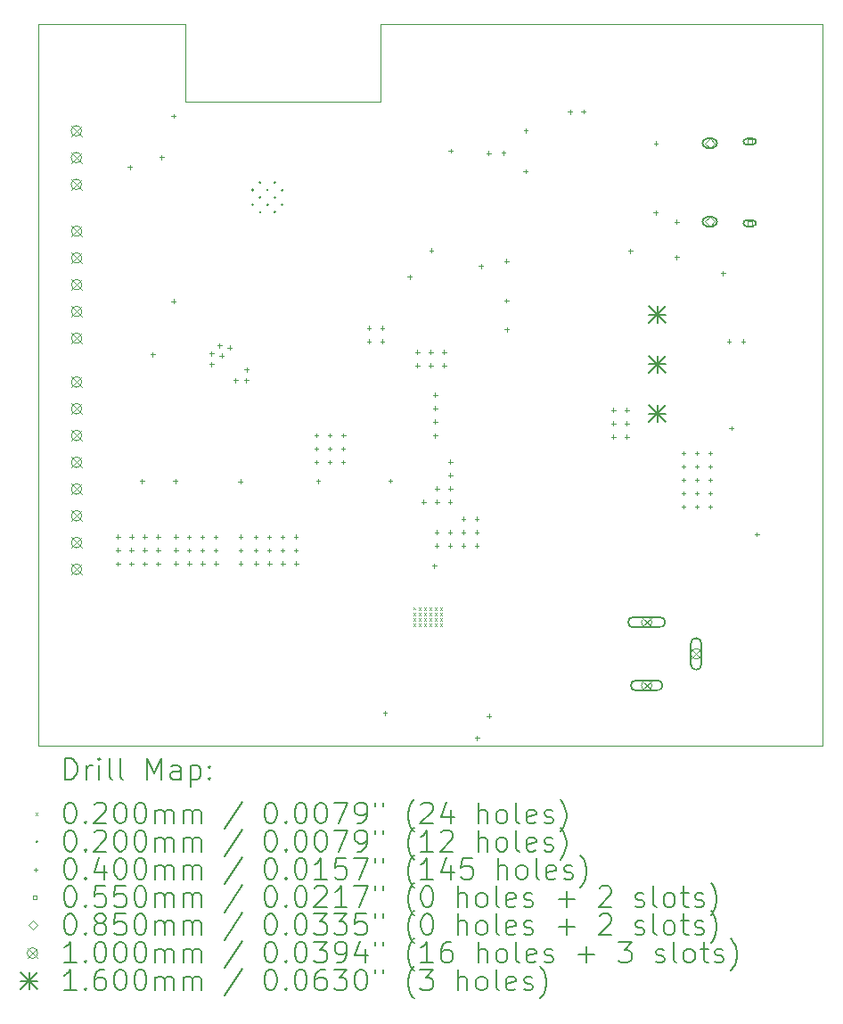
<source format=gbr>
%TF.GenerationSoftware,KiCad,Pcbnew,7.0.5*%
%TF.CreationDate,2023-07-07T19:33:18+07:00*%
%TF.ProjectId,19-6-2023_WeatherStation_QuocThang_V1,31392d36-2d32-4303-9233-5f5765617468,rev?*%
%TF.SameCoordinates,Original*%
%TF.FileFunction,Drillmap*%
%TF.FilePolarity,Positive*%
%FSLAX45Y45*%
G04 Gerber Fmt 4.5, Leading zero omitted, Abs format (unit mm)*
G04 Created by KiCad (PCBNEW 7.0.5) date 2023-07-07 19:33:18*
%MOMM*%
%LPD*%
G01*
G04 APERTURE LIST*
%ADD10C,0.100000*%
%ADD11C,0.200000*%
%ADD12C,0.020000*%
%ADD13C,0.040000*%
%ADD14C,0.055000*%
%ADD15C,0.085000*%
%ADD16C,0.160000*%
G04 APERTURE END LIST*
D10*
X12391000Y-4572500D02*
X14243000Y-4572500D01*
X14243000Y-4572500D02*
X14243000Y-3841500D01*
X18439000Y-3841500D02*
X14243000Y-3841500D01*
X18439000Y-10691500D02*
X10990000Y-10691500D01*
X10990000Y-10691500D02*
X10990000Y-3841500D01*
X10990000Y-3841500D02*
X12391000Y-3841500D01*
X18439000Y-10691500D02*
X18439000Y-3841500D01*
X12391000Y-3841500D02*
X12391000Y-4572500D01*
D11*
D12*
X14554200Y-9377000D02*
X14574200Y-9397000D01*
X14574200Y-9377000D02*
X14554200Y-9397000D01*
X14554200Y-9428300D02*
X14574200Y-9448300D01*
X14574200Y-9428300D02*
X14554200Y-9448300D01*
X14554200Y-9479100D02*
X14574200Y-9499100D01*
X14574200Y-9479100D02*
X14554200Y-9499100D01*
X14554200Y-9529900D02*
X14574200Y-9549900D01*
X14574200Y-9529900D02*
X14554200Y-9549900D01*
X14605000Y-9377500D02*
X14625000Y-9397500D01*
X14625000Y-9377500D02*
X14605000Y-9397500D01*
X14605000Y-9428300D02*
X14625000Y-9448300D01*
X14625000Y-9428300D02*
X14605000Y-9448300D01*
X14605000Y-9479100D02*
X14625000Y-9499100D01*
X14625000Y-9479100D02*
X14605000Y-9499100D01*
X14605000Y-9529900D02*
X14625000Y-9549900D01*
X14625000Y-9529900D02*
X14605000Y-9549900D01*
X14655800Y-9377500D02*
X14675800Y-9397500D01*
X14675800Y-9377500D02*
X14655800Y-9397500D01*
X14655800Y-9428300D02*
X14675800Y-9448300D01*
X14675800Y-9428300D02*
X14655800Y-9448300D01*
X14655800Y-9479100D02*
X14675800Y-9499100D01*
X14675800Y-9479100D02*
X14655800Y-9499100D01*
X14655800Y-9529900D02*
X14675800Y-9549900D01*
X14675800Y-9529900D02*
X14655800Y-9549900D01*
X14706600Y-9377500D02*
X14726600Y-9397500D01*
X14726600Y-9377500D02*
X14706600Y-9397500D01*
X14706600Y-9428300D02*
X14726600Y-9448300D01*
X14726600Y-9428300D02*
X14706600Y-9448300D01*
X14706600Y-9479100D02*
X14726600Y-9499100D01*
X14726600Y-9479100D02*
X14706600Y-9499100D01*
X14706600Y-9529900D02*
X14726600Y-9549900D01*
X14726600Y-9529900D02*
X14706600Y-9549900D01*
X14757400Y-9377500D02*
X14777400Y-9397500D01*
X14777400Y-9377500D02*
X14757400Y-9397500D01*
X14757400Y-9428300D02*
X14777400Y-9448300D01*
X14777400Y-9428300D02*
X14757400Y-9448300D01*
X14757400Y-9479100D02*
X14777400Y-9499100D01*
X14777400Y-9479100D02*
X14757400Y-9499100D01*
X14757400Y-9529900D02*
X14777400Y-9549900D01*
X14777400Y-9529900D02*
X14757400Y-9549900D01*
X14808200Y-9377500D02*
X14828200Y-9397500D01*
X14828200Y-9377500D02*
X14808200Y-9397500D01*
X14808200Y-9428300D02*
X14828200Y-9448300D01*
X14828200Y-9428300D02*
X14808200Y-9448300D01*
X14808200Y-9479100D02*
X14828200Y-9499100D01*
X14828200Y-9479100D02*
X14808200Y-9499100D01*
X14808200Y-9529900D02*
X14828200Y-9549900D01*
X14828200Y-9529900D02*
X14808200Y-9549900D01*
X13037000Y-5414000D02*
G75*
G03*
X13037000Y-5414000I-10000J0D01*
G01*
X13037000Y-5554000D02*
G75*
G03*
X13037000Y-5554000I-10000J0D01*
G01*
X13107000Y-5344000D02*
G75*
G03*
X13107000Y-5344000I-10000J0D01*
G01*
X13107000Y-5484000D02*
G75*
G03*
X13107000Y-5484000I-10000J0D01*
G01*
X13107000Y-5624000D02*
G75*
G03*
X13107000Y-5624000I-10000J0D01*
G01*
X13177000Y-5414000D02*
G75*
G03*
X13177000Y-5414000I-10000J0D01*
G01*
X13177000Y-5554000D02*
G75*
G03*
X13177000Y-5554000I-10000J0D01*
G01*
X13247000Y-5344000D02*
G75*
G03*
X13247000Y-5344000I-10000J0D01*
G01*
X13247000Y-5484000D02*
G75*
G03*
X13247000Y-5484000I-10000J0D01*
G01*
X13247000Y-5624000D02*
G75*
G03*
X13247000Y-5624000I-10000J0D01*
G01*
X13317000Y-5414000D02*
G75*
G03*
X13317000Y-5414000I-10000J0D01*
G01*
X13317000Y-5554000D02*
G75*
G03*
X13317000Y-5554000I-10000J0D01*
G01*
D13*
X11748000Y-8685000D02*
X11748000Y-8725000D01*
X11728000Y-8705000D02*
X11768000Y-8705000D01*
X11748000Y-8812000D02*
X11748000Y-8852000D01*
X11728000Y-8832000D02*
X11768000Y-8832000D01*
X11748000Y-8941500D02*
X11748000Y-8981500D01*
X11728000Y-8961500D02*
X11768000Y-8961500D01*
X11860000Y-5175000D02*
X11860000Y-5215000D01*
X11840000Y-5195000D02*
X11880000Y-5195000D01*
X11875000Y-8812000D02*
X11875000Y-8852000D01*
X11855000Y-8832000D02*
X11895000Y-8832000D01*
X11875000Y-8941500D02*
X11875000Y-8981500D01*
X11855000Y-8961500D02*
X11895000Y-8961500D01*
X11876700Y-8685800D02*
X11876700Y-8725800D01*
X11856700Y-8705800D02*
X11896700Y-8705800D01*
X11975070Y-8157500D02*
X11975070Y-8197500D01*
X11955070Y-8177500D02*
X11995070Y-8177500D01*
X12002000Y-8685000D02*
X12002000Y-8725000D01*
X11982000Y-8705000D02*
X12022000Y-8705000D01*
X12002000Y-8812000D02*
X12002000Y-8852000D01*
X11982000Y-8832000D02*
X12022000Y-8832000D01*
X12002000Y-8941500D02*
X12002000Y-8981500D01*
X11982000Y-8961500D02*
X12022000Y-8961500D01*
X12077970Y-6955000D02*
X12077970Y-6995000D01*
X12057970Y-6975000D02*
X12097970Y-6975000D01*
X12129000Y-8685000D02*
X12129000Y-8725000D01*
X12109000Y-8705000D02*
X12149000Y-8705000D01*
X12129000Y-8812000D02*
X12129000Y-8852000D01*
X12109000Y-8832000D02*
X12149000Y-8832000D01*
X12129000Y-8941500D02*
X12129000Y-8981500D01*
X12109000Y-8961500D02*
X12149000Y-8961500D01*
X12161000Y-5082500D02*
X12161000Y-5122500D01*
X12141000Y-5102500D02*
X12181000Y-5102500D01*
X12275000Y-4690000D02*
X12275000Y-4730000D01*
X12255000Y-4710000D02*
X12295000Y-4710000D01*
X12275000Y-6450000D02*
X12275000Y-6490000D01*
X12255000Y-6470000D02*
X12295000Y-6470000D01*
X12292000Y-8156500D02*
X12292000Y-8196500D01*
X12272000Y-8176500D02*
X12312000Y-8176500D01*
X12296000Y-8811500D02*
X12296000Y-8851500D01*
X12276000Y-8831500D02*
X12316000Y-8831500D01*
X12296000Y-8938500D02*
X12296000Y-8978500D01*
X12276000Y-8958500D02*
X12316000Y-8958500D01*
X12296700Y-8685800D02*
X12296700Y-8725800D01*
X12276700Y-8705800D02*
X12316700Y-8705800D01*
X12422000Y-8687500D02*
X12422000Y-8727500D01*
X12402000Y-8707500D02*
X12442000Y-8707500D01*
X12422000Y-8814500D02*
X12422000Y-8854500D01*
X12402000Y-8834500D02*
X12442000Y-8834500D01*
X12423000Y-8938500D02*
X12423000Y-8978500D01*
X12403000Y-8958500D02*
X12443000Y-8958500D01*
X12549000Y-8687500D02*
X12549000Y-8727500D01*
X12529000Y-8707500D02*
X12569000Y-8707500D01*
X12549000Y-8814500D02*
X12549000Y-8854500D01*
X12529000Y-8834500D02*
X12569000Y-8834500D01*
X12550000Y-8938500D02*
X12550000Y-8978500D01*
X12530000Y-8958500D02*
X12570000Y-8958500D01*
X12636800Y-6945000D02*
X12636800Y-6985000D01*
X12616800Y-6965000D02*
X12656800Y-6965000D01*
X12636800Y-7046600D02*
X12636800Y-7086600D01*
X12616800Y-7066600D02*
X12656800Y-7066600D01*
X12676000Y-8687500D02*
X12676000Y-8727500D01*
X12656000Y-8707500D02*
X12696000Y-8707500D01*
X12676000Y-8814500D02*
X12676000Y-8854500D01*
X12656000Y-8834500D02*
X12696000Y-8834500D01*
X12677000Y-8938500D02*
X12677000Y-8978500D01*
X12657000Y-8958500D02*
X12697000Y-8958500D01*
X12713000Y-6868800D02*
X12713000Y-6908800D01*
X12693000Y-6888800D02*
X12733000Y-6888800D01*
X12732902Y-6964902D02*
X12732902Y-7004902D01*
X12712902Y-6984902D02*
X12752902Y-6984902D01*
X12809102Y-6888702D02*
X12809102Y-6928702D01*
X12789102Y-6908702D02*
X12829102Y-6908702D01*
X12865400Y-7199000D02*
X12865400Y-7239000D01*
X12845400Y-7219000D02*
X12885400Y-7219000D01*
X12910000Y-8158500D02*
X12910000Y-8198500D01*
X12890000Y-8178500D02*
X12930000Y-8178500D01*
X12911700Y-8685800D02*
X12911700Y-8725800D01*
X12891700Y-8705800D02*
X12931700Y-8705800D01*
X12912000Y-8814500D02*
X12912000Y-8854500D01*
X12892000Y-8834500D02*
X12932000Y-8834500D01*
X12913000Y-8938500D02*
X12913000Y-8978500D01*
X12893000Y-8958500D02*
X12933000Y-8958500D01*
X12967000Y-7199000D02*
X12967000Y-7239000D01*
X12947000Y-7219000D02*
X12987000Y-7219000D01*
X12968000Y-7097400D02*
X12968000Y-7137400D01*
X12948000Y-7117400D02*
X12988000Y-7117400D01*
X13057000Y-8687500D02*
X13057000Y-8727500D01*
X13037000Y-8707500D02*
X13077000Y-8707500D01*
X13057000Y-8814500D02*
X13057000Y-8854500D01*
X13037000Y-8834500D02*
X13077000Y-8834500D01*
X13058000Y-8938500D02*
X13058000Y-8978500D01*
X13038000Y-8958500D02*
X13078000Y-8958500D01*
X13184000Y-8687500D02*
X13184000Y-8727500D01*
X13164000Y-8707500D02*
X13204000Y-8707500D01*
X13184000Y-8814500D02*
X13184000Y-8854500D01*
X13164000Y-8834500D02*
X13204000Y-8834500D01*
X13185000Y-8938500D02*
X13185000Y-8978500D01*
X13165000Y-8958500D02*
X13205000Y-8958500D01*
X13311000Y-8687500D02*
X13311000Y-8727500D01*
X13291000Y-8707500D02*
X13331000Y-8707500D01*
X13311000Y-8814500D02*
X13311000Y-8854500D01*
X13291000Y-8834500D02*
X13331000Y-8834500D01*
X13312000Y-8938500D02*
X13312000Y-8978500D01*
X13292000Y-8958500D02*
X13332000Y-8958500D01*
X13438000Y-8685800D02*
X13438000Y-8725800D01*
X13418000Y-8705800D02*
X13458000Y-8705800D01*
X13438000Y-8814500D02*
X13438000Y-8854500D01*
X13418000Y-8834500D02*
X13458000Y-8834500D01*
X13439000Y-8938500D02*
X13439000Y-8978500D01*
X13419000Y-8958500D02*
X13459000Y-8958500D01*
X13633000Y-7722500D02*
X13633000Y-7762500D01*
X13613000Y-7742500D02*
X13653000Y-7742500D01*
X13633000Y-7849500D02*
X13633000Y-7889500D01*
X13613000Y-7869500D02*
X13653000Y-7869500D01*
X13633000Y-7976500D02*
X13633000Y-8016500D01*
X13613000Y-7996500D02*
X13653000Y-7996500D01*
X13650000Y-8156500D02*
X13650000Y-8196500D01*
X13630000Y-8176500D02*
X13670000Y-8176500D01*
X13760000Y-7722500D02*
X13760000Y-7762500D01*
X13740000Y-7742500D02*
X13780000Y-7742500D01*
X13760000Y-7849500D02*
X13760000Y-7889500D01*
X13740000Y-7869500D02*
X13780000Y-7869500D01*
X13760000Y-7976500D02*
X13760000Y-8016500D01*
X13740000Y-7996500D02*
X13780000Y-7996500D01*
X13887000Y-7849500D02*
X13887000Y-7889500D01*
X13867000Y-7869500D02*
X13907000Y-7869500D01*
X13887000Y-7976500D02*
X13887000Y-8016500D01*
X13867000Y-7996500D02*
X13907000Y-7996500D01*
X13888000Y-7721500D02*
X13888000Y-7761500D01*
X13868000Y-7741500D02*
X13908000Y-7741500D01*
X14131000Y-6702500D02*
X14131000Y-6742500D01*
X14111000Y-6722500D02*
X14151000Y-6722500D01*
X14131000Y-6829500D02*
X14131000Y-6869500D01*
X14111000Y-6849500D02*
X14151000Y-6849500D01*
X14258000Y-6702500D02*
X14258000Y-6742500D01*
X14238000Y-6722500D02*
X14278000Y-6722500D01*
X14258000Y-6829500D02*
X14258000Y-6869500D01*
X14238000Y-6849500D02*
X14278000Y-6849500D01*
X14283000Y-10356500D02*
X14283000Y-10396500D01*
X14263000Y-10376500D02*
X14303000Y-10376500D01*
X14333500Y-8153500D02*
X14333500Y-8193500D01*
X14313500Y-8173500D02*
X14353500Y-8173500D01*
X14517000Y-6216500D02*
X14517000Y-6256500D01*
X14497000Y-6236500D02*
X14537000Y-6236500D01*
X14592000Y-6931500D02*
X14592000Y-6971500D01*
X14572000Y-6951500D02*
X14612000Y-6951500D01*
X14592000Y-7058500D02*
X14592000Y-7098500D01*
X14572000Y-7078500D02*
X14612000Y-7078500D01*
X14650000Y-8354500D02*
X14650000Y-8394500D01*
X14630000Y-8374500D02*
X14670000Y-8374500D01*
X14718000Y-6931500D02*
X14718000Y-6971500D01*
X14698000Y-6951500D02*
X14738000Y-6951500D01*
X14719000Y-7058500D02*
X14719000Y-7098500D01*
X14699000Y-7078500D02*
X14739000Y-7078500D01*
X14725000Y-5965800D02*
X14725000Y-6005800D01*
X14705000Y-5985800D02*
X14745000Y-5985800D01*
X14751700Y-8960800D02*
X14751700Y-9000800D01*
X14731700Y-8980800D02*
X14771700Y-8980800D01*
X14761700Y-7590800D02*
X14761700Y-7630800D01*
X14741700Y-7610800D02*
X14781700Y-7610800D01*
X14761700Y-7723500D02*
X14761700Y-7763500D01*
X14741700Y-7743500D02*
X14781700Y-7743500D01*
X14762000Y-7337500D02*
X14762000Y-7377500D01*
X14742000Y-7357500D02*
X14782000Y-7357500D01*
X14762000Y-7464500D02*
X14762000Y-7504500D01*
X14742000Y-7484500D02*
X14782000Y-7484500D01*
X14775000Y-8642500D02*
X14775000Y-8682500D01*
X14755000Y-8662500D02*
X14795000Y-8662500D01*
X14775000Y-8769500D02*
X14775000Y-8809500D01*
X14755000Y-8789500D02*
X14795000Y-8789500D01*
X14777000Y-8227500D02*
X14777000Y-8267500D01*
X14757000Y-8247500D02*
X14797000Y-8247500D01*
X14777000Y-8354500D02*
X14777000Y-8394500D01*
X14757000Y-8374500D02*
X14797000Y-8374500D01*
X14845000Y-6931500D02*
X14845000Y-6971500D01*
X14825000Y-6951500D02*
X14865000Y-6951500D01*
X14846000Y-7058500D02*
X14846000Y-7098500D01*
X14826000Y-7078500D02*
X14866000Y-7078500D01*
X14902000Y-8641250D02*
X14902000Y-8681250D01*
X14882000Y-8661250D02*
X14922000Y-8661250D01*
X14902000Y-8769500D02*
X14902000Y-8809500D01*
X14882000Y-8789500D02*
X14922000Y-8789500D01*
X14903000Y-8353500D02*
X14903000Y-8393500D01*
X14883000Y-8373500D02*
X14923000Y-8373500D01*
X14904000Y-7973500D02*
X14904000Y-8013500D01*
X14884000Y-7993500D02*
X14924000Y-7993500D01*
X14904000Y-8100500D02*
X14904000Y-8140500D01*
X14884000Y-8120500D02*
X14924000Y-8120500D01*
X14904000Y-8227500D02*
X14904000Y-8267500D01*
X14884000Y-8247500D02*
X14924000Y-8247500D01*
X14908000Y-5021500D02*
X14908000Y-5061500D01*
X14888000Y-5041500D02*
X14928000Y-5041500D01*
X15029000Y-8515500D02*
X15029000Y-8555500D01*
X15009000Y-8535500D02*
X15049000Y-8535500D01*
X15029000Y-8642500D02*
X15029000Y-8682500D01*
X15009000Y-8662500D02*
X15049000Y-8662500D01*
X15029000Y-8769500D02*
X15029000Y-8809500D01*
X15009000Y-8789500D02*
X15049000Y-8789500D01*
X15156000Y-8515500D02*
X15156000Y-8555500D01*
X15136000Y-8535500D02*
X15176000Y-8535500D01*
X15156000Y-8642500D02*
X15156000Y-8682500D01*
X15136000Y-8662500D02*
X15176000Y-8662500D01*
X15156000Y-8769500D02*
X15156000Y-8809500D01*
X15136000Y-8789500D02*
X15176000Y-8789500D01*
X15158000Y-10594500D02*
X15158000Y-10634500D01*
X15138000Y-10614500D02*
X15178000Y-10614500D01*
X15195000Y-6115000D02*
X15195000Y-6155000D01*
X15175000Y-6135000D02*
X15215000Y-6135000D01*
X15270000Y-5042500D02*
X15270000Y-5082500D01*
X15250000Y-5062500D02*
X15290000Y-5062500D01*
X15272750Y-10386750D02*
X15272750Y-10426750D01*
X15252750Y-10406750D02*
X15292750Y-10406750D01*
X15409000Y-5041500D02*
X15409000Y-5081500D01*
X15389000Y-5061500D02*
X15429000Y-5061500D01*
X15437000Y-6068500D02*
X15437000Y-6108500D01*
X15417000Y-6088500D02*
X15457000Y-6088500D01*
X15437000Y-6443500D02*
X15437000Y-6483500D01*
X15417000Y-6463500D02*
X15457000Y-6463500D01*
X15440000Y-6718420D02*
X15440000Y-6758420D01*
X15420000Y-6738420D02*
X15460000Y-6738420D01*
X15618000Y-5214500D02*
X15618000Y-5254500D01*
X15598000Y-5234500D02*
X15638000Y-5234500D01*
X15622000Y-4829500D02*
X15622000Y-4869500D01*
X15602000Y-4849500D02*
X15642000Y-4849500D01*
X16041000Y-4650550D02*
X16041000Y-4690550D01*
X16021000Y-4670550D02*
X16061000Y-4670550D01*
X16170000Y-4648500D02*
X16170000Y-4688500D01*
X16150000Y-4668500D02*
X16190000Y-4668500D01*
X16454000Y-7483500D02*
X16454000Y-7523500D01*
X16434000Y-7503500D02*
X16474000Y-7503500D01*
X16454000Y-7610500D02*
X16454000Y-7650500D01*
X16434000Y-7630500D02*
X16474000Y-7630500D01*
X16454000Y-7736500D02*
X16454000Y-7776500D01*
X16434000Y-7756500D02*
X16474000Y-7756500D01*
X16581000Y-7483500D02*
X16581000Y-7523500D01*
X16561000Y-7503500D02*
X16601000Y-7503500D01*
X16581000Y-7610500D02*
X16581000Y-7650500D01*
X16561000Y-7630500D02*
X16601000Y-7630500D01*
X16581000Y-7737500D02*
X16581000Y-7777500D01*
X16561000Y-7757500D02*
X16601000Y-7757500D01*
X16615000Y-5970500D02*
X16615000Y-6010500D01*
X16595000Y-5990500D02*
X16635000Y-5990500D01*
X16856000Y-5608500D02*
X16856000Y-5648500D01*
X16836000Y-5628500D02*
X16876000Y-5628500D01*
X16858530Y-4949000D02*
X16858530Y-4989000D01*
X16838530Y-4969000D02*
X16878530Y-4969000D01*
X17055000Y-5695500D02*
X17055000Y-5735500D01*
X17035000Y-5715500D02*
X17075000Y-5715500D01*
X17055000Y-6032570D02*
X17055000Y-6072570D01*
X17035000Y-6052570D02*
X17075000Y-6052570D01*
X17121000Y-7891500D02*
X17121000Y-7931500D01*
X17101000Y-7911500D02*
X17141000Y-7911500D01*
X17121000Y-8018500D02*
X17121000Y-8058500D01*
X17101000Y-8038500D02*
X17141000Y-8038500D01*
X17121000Y-8145500D02*
X17121000Y-8185500D01*
X17101000Y-8165500D02*
X17141000Y-8165500D01*
X17121000Y-8272500D02*
X17121000Y-8312500D01*
X17101000Y-8292500D02*
X17141000Y-8292500D01*
X17121000Y-8399500D02*
X17121000Y-8439500D01*
X17101000Y-8419500D02*
X17141000Y-8419500D01*
X17248000Y-7891500D02*
X17248000Y-7931500D01*
X17228000Y-7911500D02*
X17268000Y-7911500D01*
X17248000Y-8018500D02*
X17248000Y-8058500D01*
X17228000Y-8038500D02*
X17268000Y-8038500D01*
X17248000Y-8145500D02*
X17248000Y-8185500D01*
X17228000Y-8165500D02*
X17268000Y-8165500D01*
X17248000Y-8272500D02*
X17248000Y-8312500D01*
X17228000Y-8292500D02*
X17268000Y-8292500D01*
X17248000Y-8399500D02*
X17248000Y-8439500D01*
X17228000Y-8419500D02*
X17268000Y-8419500D01*
X17374000Y-8018000D02*
X17374000Y-8058000D01*
X17354000Y-8038000D02*
X17394000Y-8038000D01*
X17375000Y-7891500D02*
X17375000Y-7931500D01*
X17355000Y-7911500D02*
X17395000Y-7911500D01*
X17375000Y-8145500D02*
X17375000Y-8185500D01*
X17355000Y-8165500D02*
X17395000Y-8165500D01*
X17375000Y-8272500D02*
X17375000Y-8312500D01*
X17355000Y-8292500D02*
X17395000Y-8292500D01*
X17375000Y-8399500D02*
X17375000Y-8439500D01*
X17355000Y-8419500D02*
X17395000Y-8419500D01*
X17494000Y-6182500D02*
X17494000Y-6222500D01*
X17474000Y-6202500D02*
X17514000Y-6202500D01*
X17551000Y-6829500D02*
X17551000Y-6869500D01*
X17531000Y-6849500D02*
X17571000Y-6849500D01*
X17576000Y-7653500D02*
X17576000Y-7693500D01*
X17556000Y-7673500D02*
X17596000Y-7673500D01*
X17687000Y-6829500D02*
X17687000Y-6869500D01*
X17667000Y-6849500D02*
X17707000Y-6849500D01*
X17817000Y-8661500D02*
X17817000Y-8701500D01*
X17797000Y-8681500D02*
X17837000Y-8681500D01*
D14*
X17769446Y-4973446D02*
X17769446Y-4934554D01*
X17730554Y-4934554D01*
X17730554Y-4973446D01*
X17769446Y-4973446D01*
D11*
X17717500Y-4981500D02*
X17782500Y-4981500D01*
X17782500Y-4981500D02*
G75*
G03*
X17782500Y-4926500I0J27500D01*
G01*
X17782500Y-4926500D02*
X17717500Y-4926500D01*
X17717500Y-4926500D02*
G75*
G03*
X17717500Y-4981500I0J-27500D01*
G01*
D14*
X17769446Y-5748446D02*
X17769446Y-5709554D01*
X17730554Y-5709554D01*
X17730554Y-5748446D01*
X17769446Y-5748446D01*
D11*
X17717500Y-5756500D02*
X17782500Y-5756500D01*
X17782500Y-5756500D02*
G75*
G03*
X17782500Y-5701500I0J27500D01*
G01*
X17782500Y-5701500D02*
X17717500Y-5701500D01*
X17717500Y-5701500D02*
G75*
G03*
X17717500Y-5756500I0J-27500D01*
G01*
D15*
X17370000Y-5011500D02*
X17412500Y-4969000D01*
X17370000Y-4926500D01*
X17327500Y-4969000D01*
X17370000Y-5011500D01*
D11*
X17342500Y-5011500D02*
X17397500Y-5011500D01*
X17397500Y-5011500D02*
G75*
G03*
X17397500Y-4926500I0J42500D01*
G01*
X17397500Y-4926500D02*
X17342500Y-4926500D01*
X17342500Y-4926500D02*
G75*
G03*
X17342500Y-5011500I0J-42500D01*
G01*
D15*
X17370000Y-5756500D02*
X17412500Y-5714000D01*
X17370000Y-5671500D01*
X17327500Y-5714000D01*
X17370000Y-5756500D01*
D11*
X17342500Y-5756500D02*
X17397500Y-5756500D01*
X17397500Y-5756500D02*
G75*
G03*
X17397500Y-5671500I0J42500D01*
G01*
X17397500Y-5671500D02*
X17342500Y-5671500D01*
X17342500Y-5671500D02*
G75*
G03*
X17342500Y-5756500I0J-42500D01*
G01*
D10*
X11302000Y-4801500D02*
X11402000Y-4901500D01*
X11402000Y-4801500D02*
X11302000Y-4901500D01*
X11402000Y-4851500D02*
G75*
G03*
X11402000Y-4851500I-50000J0D01*
G01*
X11302000Y-5055500D02*
X11402000Y-5155500D01*
X11402000Y-5055500D02*
X11302000Y-5155500D01*
X11402000Y-5105500D02*
G75*
G03*
X11402000Y-5105500I-50000J0D01*
G01*
X11302000Y-5309500D02*
X11402000Y-5409500D01*
X11402000Y-5309500D02*
X11302000Y-5409500D01*
X11402000Y-5359500D02*
G75*
G03*
X11402000Y-5359500I-50000J0D01*
G01*
X11304000Y-7186000D02*
X11404000Y-7286000D01*
X11404000Y-7186000D02*
X11304000Y-7286000D01*
X11404000Y-7236000D02*
G75*
G03*
X11404000Y-7236000I-50000J0D01*
G01*
X11304000Y-7440000D02*
X11404000Y-7540000D01*
X11404000Y-7440000D02*
X11304000Y-7540000D01*
X11404000Y-7490000D02*
G75*
G03*
X11404000Y-7490000I-50000J0D01*
G01*
X11304000Y-7694000D02*
X11404000Y-7794000D01*
X11404000Y-7694000D02*
X11304000Y-7794000D01*
X11404000Y-7744000D02*
G75*
G03*
X11404000Y-7744000I-50000J0D01*
G01*
X11304000Y-7948000D02*
X11404000Y-8048000D01*
X11404000Y-7948000D02*
X11304000Y-8048000D01*
X11404000Y-7998000D02*
G75*
G03*
X11404000Y-7998000I-50000J0D01*
G01*
X11304000Y-8202000D02*
X11404000Y-8302000D01*
X11404000Y-8202000D02*
X11304000Y-8302000D01*
X11404000Y-8252000D02*
G75*
G03*
X11404000Y-8252000I-50000J0D01*
G01*
X11304000Y-8456000D02*
X11404000Y-8556000D01*
X11404000Y-8456000D02*
X11304000Y-8556000D01*
X11404000Y-8506000D02*
G75*
G03*
X11404000Y-8506000I-50000J0D01*
G01*
X11304000Y-8710000D02*
X11404000Y-8810000D01*
X11404000Y-8710000D02*
X11304000Y-8810000D01*
X11404000Y-8760000D02*
G75*
G03*
X11404000Y-8760000I-50000J0D01*
G01*
X11304000Y-8964000D02*
X11404000Y-9064000D01*
X11404000Y-8964000D02*
X11304000Y-9064000D01*
X11404000Y-9014000D02*
G75*
G03*
X11404000Y-9014000I-50000J0D01*
G01*
X11305000Y-5755000D02*
X11405000Y-5855000D01*
X11405000Y-5755000D02*
X11305000Y-5855000D01*
X11405000Y-5805000D02*
G75*
G03*
X11405000Y-5805000I-50000J0D01*
G01*
X11305000Y-6009000D02*
X11405000Y-6109000D01*
X11405000Y-6009000D02*
X11305000Y-6109000D01*
X11405000Y-6059000D02*
G75*
G03*
X11405000Y-6059000I-50000J0D01*
G01*
X11305000Y-6263000D02*
X11405000Y-6363000D01*
X11405000Y-6263000D02*
X11305000Y-6363000D01*
X11405000Y-6313000D02*
G75*
G03*
X11405000Y-6313000I-50000J0D01*
G01*
X11305000Y-6517000D02*
X11405000Y-6617000D01*
X11405000Y-6517000D02*
X11305000Y-6617000D01*
X11405000Y-6567000D02*
G75*
G03*
X11405000Y-6567000I-50000J0D01*
G01*
X11305000Y-6771000D02*
X11405000Y-6871000D01*
X11405000Y-6771000D02*
X11305000Y-6871000D01*
X11405000Y-6821000D02*
G75*
G03*
X11405000Y-6821000I-50000J0D01*
G01*
X16720000Y-9466250D02*
X16820000Y-9566250D01*
X16820000Y-9466250D02*
X16720000Y-9566250D01*
X16820000Y-9516250D02*
G75*
G03*
X16820000Y-9516250I-50000J0D01*
G01*
D11*
X16645000Y-9566250D02*
X16895000Y-9566250D01*
X16895000Y-9566250D02*
G75*
G03*
X16895000Y-9466250I0J50000D01*
G01*
X16895000Y-9466250D02*
X16645000Y-9466250D01*
X16645000Y-9466250D02*
G75*
G03*
X16645000Y-9566250I0J-50000D01*
G01*
D10*
X16720000Y-10066250D02*
X16820000Y-10166250D01*
X16820000Y-10066250D02*
X16720000Y-10166250D01*
X16820000Y-10116250D02*
G75*
G03*
X16820000Y-10116250I-50000J0D01*
G01*
D11*
X16670000Y-10166250D02*
X16870000Y-10166250D01*
X16870000Y-10166250D02*
G75*
G03*
X16870000Y-10066250I0J50000D01*
G01*
X16870000Y-10066250D02*
X16670000Y-10066250D01*
X16670000Y-10066250D02*
G75*
G03*
X16670000Y-10166250I0J-50000D01*
G01*
D10*
X17190000Y-9766250D02*
X17290000Y-9866250D01*
X17290000Y-9766250D02*
X17190000Y-9866250D01*
X17290000Y-9816250D02*
G75*
G03*
X17290000Y-9816250I-50000J0D01*
G01*
D11*
X17290000Y-9916250D02*
X17290000Y-9716250D01*
X17290000Y-9716250D02*
G75*
G03*
X17190000Y-9716250I-50000J0D01*
G01*
X17190000Y-9716250D02*
X17190000Y-9916250D01*
X17190000Y-9916250D02*
G75*
G03*
X17290000Y-9916250I50000J0D01*
G01*
D16*
X16791000Y-6515500D02*
X16951000Y-6675500D01*
X16951000Y-6515500D02*
X16791000Y-6675500D01*
X16871000Y-6515500D02*
X16871000Y-6675500D01*
X16791000Y-6595500D02*
X16951000Y-6595500D01*
X16791000Y-6985500D02*
X16951000Y-7145500D01*
X16951000Y-6985500D02*
X16791000Y-7145500D01*
X16871000Y-6985500D02*
X16871000Y-7145500D01*
X16791000Y-7065500D02*
X16951000Y-7065500D01*
X16791000Y-7455500D02*
X16951000Y-7615500D01*
X16951000Y-7455500D02*
X16791000Y-7615500D01*
X16871000Y-7455500D02*
X16871000Y-7615500D01*
X16791000Y-7535500D02*
X16951000Y-7535500D01*
D11*
X11245777Y-11007984D02*
X11245777Y-10807984D01*
X11245777Y-10807984D02*
X11293396Y-10807984D01*
X11293396Y-10807984D02*
X11321967Y-10817508D01*
X11321967Y-10817508D02*
X11341015Y-10836555D01*
X11341015Y-10836555D02*
X11350539Y-10855603D01*
X11350539Y-10855603D02*
X11360062Y-10893698D01*
X11360062Y-10893698D02*
X11360062Y-10922270D01*
X11360062Y-10922270D02*
X11350539Y-10960365D01*
X11350539Y-10960365D02*
X11341015Y-10979412D01*
X11341015Y-10979412D02*
X11321967Y-10998460D01*
X11321967Y-10998460D02*
X11293396Y-11007984D01*
X11293396Y-11007984D02*
X11245777Y-11007984D01*
X11445777Y-11007984D02*
X11445777Y-10874650D01*
X11445777Y-10912746D02*
X11455301Y-10893698D01*
X11455301Y-10893698D02*
X11464824Y-10884174D01*
X11464824Y-10884174D02*
X11483872Y-10874650D01*
X11483872Y-10874650D02*
X11502920Y-10874650D01*
X11569586Y-11007984D02*
X11569586Y-10874650D01*
X11569586Y-10807984D02*
X11560062Y-10817508D01*
X11560062Y-10817508D02*
X11569586Y-10827031D01*
X11569586Y-10827031D02*
X11579110Y-10817508D01*
X11579110Y-10817508D02*
X11569586Y-10807984D01*
X11569586Y-10807984D02*
X11569586Y-10827031D01*
X11693396Y-11007984D02*
X11674348Y-10998460D01*
X11674348Y-10998460D02*
X11664824Y-10979412D01*
X11664824Y-10979412D02*
X11664824Y-10807984D01*
X11798158Y-11007984D02*
X11779110Y-10998460D01*
X11779110Y-10998460D02*
X11769586Y-10979412D01*
X11769586Y-10979412D02*
X11769586Y-10807984D01*
X12026729Y-11007984D02*
X12026729Y-10807984D01*
X12026729Y-10807984D02*
X12093396Y-10950841D01*
X12093396Y-10950841D02*
X12160062Y-10807984D01*
X12160062Y-10807984D02*
X12160062Y-11007984D01*
X12341015Y-11007984D02*
X12341015Y-10903222D01*
X12341015Y-10903222D02*
X12331491Y-10884174D01*
X12331491Y-10884174D02*
X12312443Y-10874650D01*
X12312443Y-10874650D02*
X12274348Y-10874650D01*
X12274348Y-10874650D02*
X12255301Y-10884174D01*
X12341015Y-10998460D02*
X12321967Y-11007984D01*
X12321967Y-11007984D02*
X12274348Y-11007984D01*
X12274348Y-11007984D02*
X12255301Y-10998460D01*
X12255301Y-10998460D02*
X12245777Y-10979412D01*
X12245777Y-10979412D02*
X12245777Y-10960365D01*
X12245777Y-10960365D02*
X12255301Y-10941317D01*
X12255301Y-10941317D02*
X12274348Y-10931793D01*
X12274348Y-10931793D02*
X12321967Y-10931793D01*
X12321967Y-10931793D02*
X12341015Y-10922270D01*
X12436253Y-10874650D02*
X12436253Y-11074650D01*
X12436253Y-10884174D02*
X12455301Y-10874650D01*
X12455301Y-10874650D02*
X12493396Y-10874650D01*
X12493396Y-10874650D02*
X12512443Y-10884174D01*
X12512443Y-10884174D02*
X12521967Y-10893698D01*
X12521967Y-10893698D02*
X12531491Y-10912746D01*
X12531491Y-10912746D02*
X12531491Y-10969889D01*
X12531491Y-10969889D02*
X12521967Y-10988936D01*
X12521967Y-10988936D02*
X12512443Y-10998460D01*
X12512443Y-10998460D02*
X12493396Y-11007984D01*
X12493396Y-11007984D02*
X12455301Y-11007984D01*
X12455301Y-11007984D02*
X12436253Y-10998460D01*
X12617205Y-10988936D02*
X12626729Y-10998460D01*
X12626729Y-10998460D02*
X12617205Y-11007984D01*
X12617205Y-11007984D02*
X12607682Y-10998460D01*
X12607682Y-10998460D02*
X12617205Y-10988936D01*
X12617205Y-10988936D02*
X12617205Y-11007984D01*
X12617205Y-10884174D02*
X12626729Y-10893698D01*
X12626729Y-10893698D02*
X12617205Y-10903222D01*
X12617205Y-10903222D02*
X12607682Y-10893698D01*
X12607682Y-10893698D02*
X12617205Y-10884174D01*
X12617205Y-10884174D02*
X12617205Y-10903222D01*
D12*
X10965000Y-11326500D02*
X10985000Y-11346500D01*
X10985000Y-11326500D02*
X10965000Y-11346500D01*
D11*
X11283872Y-11227984D02*
X11302920Y-11227984D01*
X11302920Y-11227984D02*
X11321967Y-11237508D01*
X11321967Y-11237508D02*
X11331491Y-11247031D01*
X11331491Y-11247031D02*
X11341015Y-11266079D01*
X11341015Y-11266079D02*
X11350539Y-11304174D01*
X11350539Y-11304174D02*
X11350539Y-11351793D01*
X11350539Y-11351793D02*
X11341015Y-11389888D01*
X11341015Y-11389888D02*
X11331491Y-11408936D01*
X11331491Y-11408936D02*
X11321967Y-11418460D01*
X11321967Y-11418460D02*
X11302920Y-11427984D01*
X11302920Y-11427984D02*
X11283872Y-11427984D01*
X11283872Y-11427984D02*
X11264824Y-11418460D01*
X11264824Y-11418460D02*
X11255301Y-11408936D01*
X11255301Y-11408936D02*
X11245777Y-11389888D01*
X11245777Y-11389888D02*
X11236253Y-11351793D01*
X11236253Y-11351793D02*
X11236253Y-11304174D01*
X11236253Y-11304174D02*
X11245777Y-11266079D01*
X11245777Y-11266079D02*
X11255301Y-11247031D01*
X11255301Y-11247031D02*
X11264824Y-11237508D01*
X11264824Y-11237508D02*
X11283872Y-11227984D01*
X11436253Y-11408936D02*
X11445777Y-11418460D01*
X11445777Y-11418460D02*
X11436253Y-11427984D01*
X11436253Y-11427984D02*
X11426729Y-11418460D01*
X11426729Y-11418460D02*
X11436253Y-11408936D01*
X11436253Y-11408936D02*
X11436253Y-11427984D01*
X11521967Y-11247031D02*
X11531491Y-11237508D01*
X11531491Y-11237508D02*
X11550539Y-11227984D01*
X11550539Y-11227984D02*
X11598158Y-11227984D01*
X11598158Y-11227984D02*
X11617205Y-11237508D01*
X11617205Y-11237508D02*
X11626729Y-11247031D01*
X11626729Y-11247031D02*
X11636253Y-11266079D01*
X11636253Y-11266079D02*
X11636253Y-11285127D01*
X11636253Y-11285127D02*
X11626729Y-11313698D01*
X11626729Y-11313698D02*
X11512443Y-11427984D01*
X11512443Y-11427984D02*
X11636253Y-11427984D01*
X11760062Y-11227984D02*
X11779110Y-11227984D01*
X11779110Y-11227984D02*
X11798158Y-11237508D01*
X11798158Y-11237508D02*
X11807682Y-11247031D01*
X11807682Y-11247031D02*
X11817205Y-11266079D01*
X11817205Y-11266079D02*
X11826729Y-11304174D01*
X11826729Y-11304174D02*
X11826729Y-11351793D01*
X11826729Y-11351793D02*
X11817205Y-11389888D01*
X11817205Y-11389888D02*
X11807682Y-11408936D01*
X11807682Y-11408936D02*
X11798158Y-11418460D01*
X11798158Y-11418460D02*
X11779110Y-11427984D01*
X11779110Y-11427984D02*
X11760062Y-11427984D01*
X11760062Y-11427984D02*
X11741015Y-11418460D01*
X11741015Y-11418460D02*
X11731491Y-11408936D01*
X11731491Y-11408936D02*
X11721967Y-11389888D01*
X11721967Y-11389888D02*
X11712443Y-11351793D01*
X11712443Y-11351793D02*
X11712443Y-11304174D01*
X11712443Y-11304174D02*
X11721967Y-11266079D01*
X11721967Y-11266079D02*
X11731491Y-11247031D01*
X11731491Y-11247031D02*
X11741015Y-11237508D01*
X11741015Y-11237508D02*
X11760062Y-11227984D01*
X11950539Y-11227984D02*
X11969586Y-11227984D01*
X11969586Y-11227984D02*
X11988634Y-11237508D01*
X11988634Y-11237508D02*
X11998158Y-11247031D01*
X11998158Y-11247031D02*
X12007682Y-11266079D01*
X12007682Y-11266079D02*
X12017205Y-11304174D01*
X12017205Y-11304174D02*
X12017205Y-11351793D01*
X12017205Y-11351793D02*
X12007682Y-11389888D01*
X12007682Y-11389888D02*
X11998158Y-11408936D01*
X11998158Y-11408936D02*
X11988634Y-11418460D01*
X11988634Y-11418460D02*
X11969586Y-11427984D01*
X11969586Y-11427984D02*
X11950539Y-11427984D01*
X11950539Y-11427984D02*
X11931491Y-11418460D01*
X11931491Y-11418460D02*
X11921967Y-11408936D01*
X11921967Y-11408936D02*
X11912443Y-11389888D01*
X11912443Y-11389888D02*
X11902920Y-11351793D01*
X11902920Y-11351793D02*
X11902920Y-11304174D01*
X11902920Y-11304174D02*
X11912443Y-11266079D01*
X11912443Y-11266079D02*
X11921967Y-11247031D01*
X11921967Y-11247031D02*
X11931491Y-11237508D01*
X11931491Y-11237508D02*
X11950539Y-11227984D01*
X12102920Y-11427984D02*
X12102920Y-11294650D01*
X12102920Y-11313698D02*
X12112443Y-11304174D01*
X12112443Y-11304174D02*
X12131491Y-11294650D01*
X12131491Y-11294650D02*
X12160063Y-11294650D01*
X12160063Y-11294650D02*
X12179110Y-11304174D01*
X12179110Y-11304174D02*
X12188634Y-11323222D01*
X12188634Y-11323222D02*
X12188634Y-11427984D01*
X12188634Y-11323222D02*
X12198158Y-11304174D01*
X12198158Y-11304174D02*
X12217205Y-11294650D01*
X12217205Y-11294650D02*
X12245777Y-11294650D01*
X12245777Y-11294650D02*
X12264824Y-11304174D01*
X12264824Y-11304174D02*
X12274348Y-11323222D01*
X12274348Y-11323222D02*
X12274348Y-11427984D01*
X12369586Y-11427984D02*
X12369586Y-11294650D01*
X12369586Y-11313698D02*
X12379110Y-11304174D01*
X12379110Y-11304174D02*
X12398158Y-11294650D01*
X12398158Y-11294650D02*
X12426729Y-11294650D01*
X12426729Y-11294650D02*
X12445777Y-11304174D01*
X12445777Y-11304174D02*
X12455301Y-11323222D01*
X12455301Y-11323222D02*
X12455301Y-11427984D01*
X12455301Y-11323222D02*
X12464824Y-11304174D01*
X12464824Y-11304174D02*
X12483872Y-11294650D01*
X12483872Y-11294650D02*
X12512443Y-11294650D01*
X12512443Y-11294650D02*
X12531491Y-11304174D01*
X12531491Y-11304174D02*
X12541015Y-11323222D01*
X12541015Y-11323222D02*
X12541015Y-11427984D01*
X12931491Y-11218460D02*
X12760063Y-11475603D01*
X13188634Y-11227984D02*
X13207682Y-11227984D01*
X13207682Y-11227984D02*
X13226729Y-11237508D01*
X13226729Y-11237508D02*
X13236253Y-11247031D01*
X13236253Y-11247031D02*
X13245777Y-11266079D01*
X13245777Y-11266079D02*
X13255301Y-11304174D01*
X13255301Y-11304174D02*
X13255301Y-11351793D01*
X13255301Y-11351793D02*
X13245777Y-11389888D01*
X13245777Y-11389888D02*
X13236253Y-11408936D01*
X13236253Y-11408936D02*
X13226729Y-11418460D01*
X13226729Y-11418460D02*
X13207682Y-11427984D01*
X13207682Y-11427984D02*
X13188634Y-11427984D01*
X13188634Y-11427984D02*
X13169586Y-11418460D01*
X13169586Y-11418460D02*
X13160063Y-11408936D01*
X13160063Y-11408936D02*
X13150539Y-11389888D01*
X13150539Y-11389888D02*
X13141015Y-11351793D01*
X13141015Y-11351793D02*
X13141015Y-11304174D01*
X13141015Y-11304174D02*
X13150539Y-11266079D01*
X13150539Y-11266079D02*
X13160063Y-11247031D01*
X13160063Y-11247031D02*
X13169586Y-11237508D01*
X13169586Y-11237508D02*
X13188634Y-11227984D01*
X13341015Y-11408936D02*
X13350539Y-11418460D01*
X13350539Y-11418460D02*
X13341015Y-11427984D01*
X13341015Y-11427984D02*
X13331491Y-11418460D01*
X13331491Y-11418460D02*
X13341015Y-11408936D01*
X13341015Y-11408936D02*
X13341015Y-11427984D01*
X13474348Y-11227984D02*
X13493396Y-11227984D01*
X13493396Y-11227984D02*
X13512444Y-11237508D01*
X13512444Y-11237508D02*
X13521967Y-11247031D01*
X13521967Y-11247031D02*
X13531491Y-11266079D01*
X13531491Y-11266079D02*
X13541015Y-11304174D01*
X13541015Y-11304174D02*
X13541015Y-11351793D01*
X13541015Y-11351793D02*
X13531491Y-11389888D01*
X13531491Y-11389888D02*
X13521967Y-11408936D01*
X13521967Y-11408936D02*
X13512444Y-11418460D01*
X13512444Y-11418460D02*
X13493396Y-11427984D01*
X13493396Y-11427984D02*
X13474348Y-11427984D01*
X13474348Y-11427984D02*
X13455301Y-11418460D01*
X13455301Y-11418460D02*
X13445777Y-11408936D01*
X13445777Y-11408936D02*
X13436253Y-11389888D01*
X13436253Y-11389888D02*
X13426729Y-11351793D01*
X13426729Y-11351793D02*
X13426729Y-11304174D01*
X13426729Y-11304174D02*
X13436253Y-11266079D01*
X13436253Y-11266079D02*
X13445777Y-11247031D01*
X13445777Y-11247031D02*
X13455301Y-11237508D01*
X13455301Y-11237508D02*
X13474348Y-11227984D01*
X13664825Y-11227984D02*
X13683872Y-11227984D01*
X13683872Y-11227984D02*
X13702920Y-11237508D01*
X13702920Y-11237508D02*
X13712444Y-11247031D01*
X13712444Y-11247031D02*
X13721967Y-11266079D01*
X13721967Y-11266079D02*
X13731491Y-11304174D01*
X13731491Y-11304174D02*
X13731491Y-11351793D01*
X13731491Y-11351793D02*
X13721967Y-11389888D01*
X13721967Y-11389888D02*
X13712444Y-11408936D01*
X13712444Y-11408936D02*
X13702920Y-11418460D01*
X13702920Y-11418460D02*
X13683872Y-11427984D01*
X13683872Y-11427984D02*
X13664825Y-11427984D01*
X13664825Y-11427984D02*
X13645777Y-11418460D01*
X13645777Y-11418460D02*
X13636253Y-11408936D01*
X13636253Y-11408936D02*
X13626729Y-11389888D01*
X13626729Y-11389888D02*
X13617206Y-11351793D01*
X13617206Y-11351793D02*
X13617206Y-11304174D01*
X13617206Y-11304174D02*
X13626729Y-11266079D01*
X13626729Y-11266079D02*
X13636253Y-11247031D01*
X13636253Y-11247031D02*
X13645777Y-11237508D01*
X13645777Y-11237508D02*
X13664825Y-11227984D01*
X13798158Y-11227984D02*
X13931491Y-11227984D01*
X13931491Y-11227984D02*
X13845777Y-11427984D01*
X14017206Y-11427984D02*
X14055301Y-11427984D01*
X14055301Y-11427984D02*
X14074348Y-11418460D01*
X14074348Y-11418460D02*
X14083872Y-11408936D01*
X14083872Y-11408936D02*
X14102920Y-11380365D01*
X14102920Y-11380365D02*
X14112444Y-11342269D01*
X14112444Y-11342269D02*
X14112444Y-11266079D01*
X14112444Y-11266079D02*
X14102920Y-11247031D01*
X14102920Y-11247031D02*
X14093396Y-11237508D01*
X14093396Y-11237508D02*
X14074348Y-11227984D01*
X14074348Y-11227984D02*
X14036253Y-11227984D01*
X14036253Y-11227984D02*
X14017206Y-11237508D01*
X14017206Y-11237508D02*
X14007682Y-11247031D01*
X14007682Y-11247031D02*
X13998158Y-11266079D01*
X13998158Y-11266079D02*
X13998158Y-11313698D01*
X13998158Y-11313698D02*
X14007682Y-11332746D01*
X14007682Y-11332746D02*
X14017206Y-11342269D01*
X14017206Y-11342269D02*
X14036253Y-11351793D01*
X14036253Y-11351793D02*
X14074348Y-11351793D01*
X14074348Y-11351793D02*
X14093396Y-11342269D01*
X14093396Y-11342269D02*
X14102920Y-11332746D01*
X14102920Y-11332746D02*
X14112444Y-11313698D01*
X14188634Y-11227984D02*
X14188634Y-11266079D01*
X14264825Y-11227984D02*
X14264825Y-11266079D01*
X14560063Y-11504174D02*
X14550539Y-11494650D01*
X14550539Y-11494650D02*
X14531491Y-11466079D01*
X14531491Y-11466079D02*
X14521968Y-11447031D01*
X14521968Y-11447031D02*
X14512444Y-11418460D01*
X14512444Y-11418460D02*
X14502920Y-11370841D01*
X14502920Y-11370841D02*
X14502920Y-11332746D01*
X14502920Y-11332746D02*
X14512444Y-11285127D01*
X14512444Y-11285127D02*
X14521968Y-11256555D01*
X14521968Y-11256555D02*
X14531491Y-11237508D01*
X14531491Y-11237508D02*
X14550539Y-11208936D01*
X14550539Y-11208936D02*
X14560063Y-11199412D01*
X14626729Y-11247031D02*
X14636253Y-11237508D01*
X14636253Y-11237508D02*
X14655301Y-11227984D01*
X14655301Y-11227984D02*
X14702920Y-11227984D01*
X14702920Y-11227984D02*
X14721968Y-11237508D01*
X14721968Y-11237508D02*
X14731491Y-11247031D01*
X14731491Y-11247031D02*
X14741015Y-11266079D01*
X14741015Y-11266079D02*
X14741015Y-11285127D01*
X14741015Y-11285127D02*
X14731491Y-11313698D01*
X14731491Y-11313698D02*
X14617206Y-11427984D01*
X14617206Y-11427984D02*
X14741015Y-11427984D01*
X14912444Y-11294650D02*
X14912444Y-11427984D01*
X14864825Y-11218460D02*
X14817206Y-11361317D01*
X14817206Y-11361317D02*
X14941015Y-11361317D01*
X15169587Y-11427984D02*
X15169587Y-11227984D01*
X15255301Y-11427984D02*
X15255301Y-11323222D01*
X15255301Y-11323222D02*
X15245777Y-11304174D01*
X15245777Y-11304174D02*
X15226730Y-11294650D01*
X15226730Y-11294650D02*
X15198158Y-11294650D01*
X15198158Y-11294650D02*
X15179110Y-11304174D01*
X15179110Y-11304174D02*
X15169587Y-11313698D01*
X15379110Y-11427984D02*
X15360063Y-11418460D01*
X15360063Y-11418460D02*
X15350539Y-11408936D01*
X15350539Y-11408936D02*
X15341015Y-11389888D01*
X15341015Y-11389888D02*
X15341015Y-11332746D01*
X15341015Y-11332746D02*
X15350539Y-11313698D01*
X15350539Y-11313698D02*
X15360063Y-11304174D01*
X15360063Y-11304174D02*
X15379110Y-11294650D01*
X15379110Y-11294650D02*
X15407682Y-11294650D01*
X15407682Y-11294650D02*
X15426730Y-11304174D01*
X15426730Y-11304174D02*
X15436253Y-11313698D01*
X15436253Y-11313698D02*
X15445777Y-11332746D01*
X15445777Y-11332746D02*
X15445777Y-11389888D01*
X15445777Y-11389888D02*
X15436253Y-11408936D01*
X15436253Y-11408936D02*
X15426730Y-11418460D01*
X15426730Y-11418460D02*
X15407682Y-11427984D01*
X15407682Y-11427984D02*
X15379110Y-11427984D01*
X15560063Y-11427984D02*
X15541015Y-11418460D01*
X15541015Y-11418460D02*
X15531491Y-11399412D01*
X15531491Y-11399412D02*
X15531491Y-11227984D01*
X15712444Y-11418460D02*
X15693396Y-11427984D01*
X15693396Y-11427984D02*
X15655301Y-11427984D01*
X15655301Y-11427984D02*
X15636253Y-11418460D01*
X15636253Y-11418460D02*
X15626730Y-11399412D01*
X15626730Y-11399412D02*
X15626730Y-11323222D01*
X15626730Y-11323222D02*
X15636253Y-11304174D01*
X15636253Y-11304174D02*
X15655301Y-11294650D01*
X15655301Y-11294650D02*
X15693396Y-11294650D01*
X15693396Y-11294650D02*
X15712444Y-11304174D01*
X15712444Y-11304174D02*
X15721968Y-11323222D01*
X15721968Y-11323222D02*
X15721968Y-11342269D01*
X15721968Y-11342269D02*
X15626730Y-11361317D01*
X15798158Y-11418460D02*
X15817206Y-11427984D01*
X15817206Y-11427984D02*
X15855301Y-11427984D01*
X15855301Y-11427984D02*
X15874349Y-11418460D01*
X15874349Y-11418460D02*
X15883872Y-11399412D01*
X15883872Y-11399412D02*
X15883872Y-11389888D01*
X15883872Y-11389888D02*
X15874349Y-11370841D01*
X15874349Y-11370841D02*
X15855301Y-11361317D01*
X15855301Y-11361317D02*
X15826730Y-11361317D01*
X15826730Y-11361317D02*
X15807682Y-11351793D01*
X15807682Y-11351793D02*
X15798158Y-11332746D01*
X15798158Y-11332746D02*
X15798158Y-11323222D01*
X15798158Y-11323222D02*
X15807682Y-11304174D01*
X15807682Y-11304174D02*
X15826730Y-11294650D01*
X15826730Y-11294650D02*
X15855301Y-11294650D01*
X15855301Y-11294650D02*
X15874349Y-11304174D01*
X15950539Y-11504174D02*
X15960063Y-11494650D01*
X15960063Y-11494650D02*
X15979111Y-11466079D01*
X15979111Y-11466079D02*
X15988634Y-11447031D01*
X15988634Y-11447031D02*
X15998158Y-11418460D01*
X15998158Y-11418460D02*
X16007682Y-11370841D01*
X16007682Y-11370841D02*
X16007682Y-11332746D01*
X16007682Y-11332746D02*
X15998158Y-11285127D01*
X15998158Y-11285127D02*
X15988634Y-11256555D01*
X15988634Y-11256555D02*
X15979111Y-11237508D01*
X15979111Y-11237508D02*
X15960063Y-11208936D01*
X15960063Y-11208936D02*
X15950539Y-11199412D01*
D12*
X10985000Y-11600500D02*
G75*
G03*
X10985000Y-11600500I-10000J0D01*
G01*
D11*
X11283872Y-11491984D02*
X11302920Y-11491984D01*
X11302920Y-11491984D02*
X11321967Y-11501508D01*
X11321967Y-11501508D02*
X11331491Y-11511031D01*
X11331491Y-11511031D02*
X11341015Y-11530079D01*
X11341015Y-11530079D02*
X11350539Y-11568174D01*
X11350539Y-11568174D02*
X11350539Y-11615793D01*
X11350539Y-11615793D02*
X11341015Y-11653888D01*
X11341015Y-11653888D02*
X11331491Y-11672936D01*
X11331491Y-11672936D02*
X11321967Y-11682460D01*
X11321967Y-11682460D02*
X11302920Y-11691984D01*
X11302920Y-11691984D02*
X11283872Y-11691984D01*
X11283872Y-11691984D02*
X11264824Y-11682460D01*
X11264824Y-11682460D02*
X11255301Y-11672936D01*
X11255301Y-11672936D02*
X11245777Y-11653888D01*
X11245777Y-11653888D02*
X11236253Y-11615793D01*
X11236253Y-11615793D02*
X11236253Y-11568174D01*
X11236253Y-11568174D02*
X11245777Y-11530079D01*
X11245777Y-11530079D02*
X11255301Y-11511031D01*
X11255301Y-11511031D02*
X11264824Y-11501508D01*
X11264824Y-11501508D02*
X11283872Y-11491984D01*
X11436253Y-11672936D02*
X11445777Y-11682460D01*
X11445777Y-11682460D02*
X11436253Y-11691984D01*
X11436253Y-11691984D02*
X11426729Y-11682460D01*
X11426729Y-11682460D02*
X11436253Y-11672936D01*
X11436253Y-11672936D02*
X11436253Y-11691984D01*
X11521967Y-11511031D02*
X11531491Y-11501508D01*
X11531491Y-11501508D02*
X11550539Y-11491984D01*
X11550539Y-11491984D02*
X11598158Y-11491984D01*
X11598158Y-11491984D02*
X11617205Y-11501508D01*
X11617205Y-11501508D02*
X11626729Y-11511031D01*
X11626729Y-11511031D02*
X11636253Y-11530079D01*
X11636253Y-11530079D02*
X11636253Y-11549127D01*
X11636253Y-11549127D02*
X11626729Y-11577698D01*
X11626729Y-11577698D02*
X11512443Y-11691984D01*
X11512443Y-11691984D02*
X11636253Y-11691984D01*
X11760062Y-11491984D02*
X11779110Y-11491984D01*
X11779110Y-11491984D02*
X11798158Y-11501508D01*
X11798158Y-11501508D02*
X11807682Y-11511031D01*
X11807682Y-11511031D02*
X11817205Y-11530079D01*
X11817205Y-11530079D02*
X11826729Y-11568174D01*
X11826729Y-11568174D02*
X11826729Y-11615793D01*
X11826729Y-11615793D02*
X11817205Y-11653888D01*
X11817205Y-11653888D02*
X11807682Y-11672936D01*
X11807682Y-11672936D02*
X11798158Y-11682460D01*
X11798158Y-11682460D02*
X11779110Y-11691984D01*
X11779110Y-11691984D02*
X11760062Y-11691984D01*
X11760062Y-11691984D02*
X11741015Y-11682460D01*
X11741015Y-11682460D02*
X11731491Y-11672936D01*
X11731491Y-11672936D02*
X11721967Y-11653888D01*
X11721967Y-11653888D02*
X11712443Y-11615793D01*
X11712443Y-11615793D02*
X11712443Y-11568174D01*
X11712443Y-11568174D02*
X11721967Y-11530079D01*
X11721967Y-11530079D02*
X11731491Y-11511031D01*
X11731491Y-11511031D02*
X11741015Y-11501508D01*
X11741015Y-11501508D02*
X11760062Y-11491984D01*
X11950539Y-11491984D02*
X11969586Y-11491984D01*
X11969586Y-11491984D02*
X11988634Y-11501508D01*
X11988634Y-11501508D02*
X11998158Y-11511031D01*
X11998158Y-11511031D02*
X12007682Y-11530079D01*
X12007682Y-11530079D02*
X12017205Y-11568174D01*
X12017205Y-11568174D02*
X12017205Y-11615793D01*
X12017205Y-11615793D02*
X12007682Y-11653888D01*
X12007682Y-11653888D02*
X11998158Y-11672936D01*
X11998158Y-11672936D02*
X11988634Y-11682460D01*
X11988634Y-11682460D02*
X11969586Y-11691984D01*
X11969586Y-11691984D02*
X11950539Y-11691984D01*
X11950539Y-11691984D02*
X11931491Y-11682460D01*
X11931491Y-11682460D02*
X11921967Y-11672936D01*
X11921967Y-11672936D02*
X11912443Y-11653888D01*
X11912443Y-11653888D02*
X11902920Y-11615793D01*
X11902920Y-11615793D02*
X11902920Y-11568174D01*
X11902920Y-11568174D02*
X11912443Y-11530079D01*
X11912443Y-11530079D02*
X11921967Y-11511031D01*
X11921967Y-11511031D02*
X11931491Y-11501508D01*
X11931491Y-11501508D02*
X11950539Y-11491984D01*
X12102920Y-11691984D02*
X12102920Y-11558650D01*
X12102920Y-11577698D02*
X12112443Y-11568174D01*
X12112443Y-11568174D02*
X12131491Y-11558650D01*
X12131491Y-11558650D02*
X12160063Y-11558650D01*
X12160063Y-11558650D02*
X12179110Y-11568174D01*
X12179110Y-11568174D02*
X12188634Y-11587222D01*
X12188634Y-11587222D02*
X12188634Y-11691984D01*
X12188634Y-11587222D02*
X12198158Y-11568174D01*
X12198158Y-11568174D02*
X12217205Y-11558650D01*
X12217205Y-11558650D02*
X12245777Y-11558650D01*
X12245777Y-11558650D02*
X12264824Y-11568174D01*
X12264824Y-11568174D02*
X12274348Y-11587222D01*
X12274348Y-11587222D02*
X12274348Y-11691984D01*
X12369586Y-11691984D02*
X12369586Y-11558650D01*
X12369586Y-11577698D02*
X12379110Y-11568174D01*
X12379110Y-11568174D02*
X12398158Y-11558650D01*
X12398158Y-11558650D02*
X12426729Y-11558650D01*
X12426729Y-11558650D02*
X12445777Y-11568174D01*
X12445777Y-11568174D02*
X12455301Y-11587222D01*
X12455301Y-11587222D02*
X12455301Y-11691984D01*
X12455301Y-11587222D02*
X12464824Y-11568174D01*
X12464824Y-11568174D02*
X12483872Y-11558650D01*
X12483872Y-11558650D02*
X12512443Y-11558650D01*
X12512443Y-11558650D02*
X12531491Y-11568174D01*
X12531491Y-11568174D02*
X12541015Y-11587222D01*
X12541015Y-11587222D02*
X12541015Y-11691984D01*
X12931491Y-11482460D02*
X12760063Y-11739603D01*
X13188634Y-11491984D02*
X13207682Y-11491984D01*
X13207682Y-11491984D02*
X13226729Y-11501508D01*
X13226729Y-11501508D02*
X13236253Y-11511031D01*
X13236253Y-11511031D02*
X13245777Y-11530079D01*
X13245777Y-11530079D02*
X13255301Y-11568174D01*
X13255301Y-11568174D02*
X13255301Y-11615793D01*
X13255301Y-11615793D02*
X13245777Y-11653888D01*
X13245777Y-11653888D02*
X13236253Y-11672936D01*
X13236253Y-11672936D02*
X13226729Y-11682460D01*
X13226729Y-11682460D02*
X13207682Y-11691984D01*
X13207682Y-11691984D02*
X13188634Y-11691984D01*
X13188634Y-11691984D02*
X13169586Y-11682460D01*
X13169586Y-11682460D02*
X13160063Y-11672936D01*
X13160063Y-11672936D02*
X13150539Y-11653888D01*
X13150539Y-11653888D02*
X13141015Y-11615793D01*
X13141015Y-11615793D02*
X13141015Y-11568174D01*
X13141015Y-11568174D02*
X13150539Y-11530079D01*
X13150539Y-11530079D02*
X13160063Y-11511031D01*
X13160063Y-11511031D02*
X13169586Y-11501508D01*
X13169586Y-11501508D02*
X13188634Y-11491984D01*
X13341015Y-11672936D02*
X13350539Y-11682460D01*
X13350539Y-11682460D02*
X13341015Y-11691984D01*
X13341015Y-11691984D02*
X13331491Y-11682460D01*
X13331491Y-11682460D02*
X13341015Y-11672936D01*
X13341015Y-11672936D02*
X13341015Y-11691984D01*
X13474348Y-11491984D02*
X13493396Y-11491984D01*
X13493396Y-11491984D02*
X13512444Y-11501508D01*
X13512444Y-11501508D02*
X13521967Y-11511031D01*
X13521967Y-11511031D02*
X13531491Y-11530079D01*
X13531491Y-11530079D02*
X13541015Y-11568174D01*
X13541015Y-11568174D02*
X13541015Y-11615793D01*
X13541015Y-11615793D02*
X13531491Y-11653888D01*
X13531491Y-11653888D02*
X13521967Y-11672936D01*
X13521967Y-11672936D02*
X13512444Y-11682460D01*
X13512444Y-11682460D02*
X13493396Y-11691984D01*
X13493396Y-11691984D02*
X13474348Y-11691984D01*
X13474348Y-11691984D02*
X13455301Y-11682460D01*
X13455301Y-11682460D02*
X13445777Y-11672936D01*
X13445777Y-11672936D02*
X13436253Y-11653888D01*
X13436253Y-11653888D02*
X13426729Y-11615793D01*
X13426729Y-11615793D02*
X13426729Y-11568174D01*
X13426729Y-11568174D02*
X13436253Y-11530079D01*
X13436253Y-11530079D02*
X13445777Y-11511031D01*
X13445777Y-11511031D02*
X13455301Y-11501508D01*
X13455301Y-11501508D02*
X13474348Y-11491984D01*
X13664825Y-11491984D02*
X13683872Y-11491984D01*
X13683872Y-11491984D02*
X13702920Y-11501508D01*
X13702920Y-11501508D02*
X13712444Y-11511031D01*
X13712444Y-11511031D02*
X13721967Y-11530079D01*
X13721967Y-11530079D02*
X13731491Y-11568174D01*
X13731491Y-11568174D02*
X13731491Y-11615793D01*
X13731491Y-11615793D02*
X13721967Y-11653888D01*
X13721967Y-11653888D02*
X13712444Y-11672936D01*
X13712444Y-11672936D02*
X13702920Y-11682460D01*
X13702920Y-11682460D02*
X13683872Y-11691984D01*
X13683872Y-11691984D02*
X13664825Y-11691984D01*
X13664825Y-11691984D02*
X13645777Y-11682460D01*
X13645777Y-11682460D02*
X13636253Y-11672936D01*
X13636253Y-11672936D02*
X13626729Y-11653888D01*
X13626729Y-11653888D02*
X13617206Y-11615793D01*
X13617206Y-11615793D02*
X13617206Y-11568174D01*
X13617206Y-11568174D02*
X13626729Y-11530079D01*
X13626729Y-11530079D02*
X13636253Y-11511031D01*
X13636253Y-11511031D02*
X13645777Y-11501508D01*
X13645777Y-11501508D02*
X13664825Y-11491984D01*
X13798158Y-11491984D02*
X13931491Y-11491984D01*
X13931491Y-11491984D02*
X13845777Y-11691984D01*
X14017206Y-11691984D02*
X14055301Y-11691984D01*
X14055301Y-11691984D02*
X14074348Y-11682460D01*
X14074348Y-11682460D02*
X14083872Y-11672936D01*
X14083872Y-11672936D02*
X14102920Y-11644365D01*
X14102920Y-11644365D02*
X14112444Y-11606269D01*
X14112444Y-11606269D02*
X14112444Y-11530079D01*
X14112444Y-11530079D02*
X14102920Y-11511031D01*
X14102920Y-11511031D02*
X14093396Y-11501508D01*
X14093396Y-11501508D02*
X14074348Y-11491984D01*
X14074348Y-11491984D02*
X14036253Y-11491984D01*
X14036253Y-11491984D02*
X14017206Y-11501508D01*
X14017206Y-11501508D02*
X14007682Y-11511031D01*
X14007682Y-11511031D02*
X13998158Y-11530079D01*
X13998158Y-11530079D02*
X13998158Y-11577698D01*
X13998158Y-11577698D02*
X14007682Y-11596746D01*
X14007682Y-11596746D02*
X14017206Y-11606269D01*
X14017206Y-11606269D02*
X14036253Y-11615793D01*
X14036253Y-11615793D02*
X14074348Y-11615793D01*
X14074348Y-11615793D02*
X14093396Y-11606269D01*
X14093396Y-11606269D02*
X14102920Y-11596746D01*
X14102920Y-11596746D02*
X14112444Y-11577698D01*
X14188634Y-11491984D02*
X14188634Y-11530079D01*
X14264825Y-11491984D02*
X14264825Y-11530079D01*
X14560063Y-11768174D02*
X14550539Y-11758650D01*
X14550539Y-11758650D02*
X14531491Y-11730079D01*
X14531491Y-11730079D02*
X14521968Y-11711031D01*
X14521968Y-11711031D02*
X14512444Y-11682460D01*
X14512444Y-11682460D02*
X14502920Y-11634841D01*
X14502920Y-11634841D02*
X14502920Y-11596746D01*
X14502920Y-11596746D02*
X14512444Y-11549127D01*
X14512444Y-11549127D02*
X14521968Y-11520555D01*
X14521968Y-11520555D02*
X14531491Y-11501508D01*
X14531491Y-11501508D02*
X14550539Y-11472936D01*
X14550539Y-11472936D02*
X14560063Y-11463412D01*
X14741015Y-11691984D02*
X14626729Y-11691984D01*
X14683872Y-11691984D02*
X14683872Y-11491984D01*
X14683872Y-11491984D02*
X14664825Y-11520555D01*
X14664825Y-11520555D02*
X14645777Y-11539603D01*
X14645777Y-11539603D02*
X14626729Y-11549127D01*
X14817206Y-11511031D02*
X14826729Y-11501508D01*
X14826729Y-11501508D02*
X14845777Y-11491984D01*
X14845777Y-11491984D02*
X14893396Y-11491984D01*
X14893396Y-11491984D02*
X14912444Y-11501508D01*
X14912444Y-11501508D02*
X14921968Y-11511031D01*
X14921968Y-11511031D02*
X14931491Y-11530079D01*
X14931491Y-11530079D02*
X14931491Y-11549127D01*
X14931491Y-11549127D02*
X14921968Y-11577698D01*
X14921968Y-11577698D02*
X14807682Y-11691984D01*
X14807682Y-11691984D02*
X14931491Y-11691984D01*
X15169587Y-11691984D02*
X15169587Y-11491984D01*
X15255301Y-11691984D02*
X15255301Y-11587222D01*
X15255301Y-11587222D02*
X15245777Y-11568174D01*
X15245777Y-11568174D02*
X15226730Y-11558650D01*
X15226730Y-11558650D02*
X15198158Y-11558650D01*
X15198158Y-11558650D02*
X15179110Y-11568174D01*
X15179110Y-11568174D02*
X15169587Y-11577698D01*
X15379110Y-11691984D02*
X15360063Y-11682460D01*
X15360063Y-11682460D02*
X15350539Y-11672936D01*
X15350539Y-11672936D02*
X15341015Y-11653888D01*
X15341015Y-11653888D02*
X15341015Y-11596746D01*
X15341015Y-11596746D02*
X15350539Y-11577698D01*
X15350539Y-11577698D02*
X15360063Y-11568174D01*
X15360063Y-11568174D02*
X15379110Y-11558650D01*
X15379110Y-11558650D02*
X15407682Y-11558650D01*
X15407682Y-11558650D02*
X15426730Y-11568174D01*
X15426730Y-11568174D02*
X15436253Y-11577698D01*
X15436253Y-11577698D02*
X15445777Y-11596746D01*
X15445777Y-11596746D02*
X15445777Y-11653888D01*
X15445777Y-11653888D02*
X15436253Y-11672936D01*
X15436253Y-11672936D02*
X15426730Y-11682460D01*
X15426730Y-11682460D02*
X15407682Y-11691984D01*
X15407682Y-11691984D02*
X15379110Y-11691984D01*
X15560063Y-11691984D02*
X15541015Y-11682460D01*
X15541015Y-11682460D02*
X15531491Y-11663412D01*
X15531491Y-11663412D02*
X15531491Y-11491984D01*
X15712444Y-11682460D02*
X15693396Y-11691984D01*
X15693396Y-11691984D02*
X15655301Y-11691984D01*
X15655301Y-11691984D02*
X15636253Y-11682460D01*
X15636253Y-11682460D02*
X15626730Y-11663412D01*
X15626730Y-11663412D02*
X15626730Y-11587222D01*
X15626730Y-11587222D02*
X15636253Y-11568174D01*
X15636253Y-11568174D02*
X15655301Y-11558650D01*
X15655301Y-11558650D02*
X15693396Y-11558650D01*
X15693396Y-11558650D02*
X15712444Y-11568174D01*
X15712444Y-11568174D02*
X15721968Y-11587222D01*
X15721968Y-11587222D02*
X15721968Y-11606269D01*
X15721968Y-11606269D02*
X15626730Y-11625317D01*
X15798158Y-11682460D02*
X15817206Y-11691984D01*
X15817206Y-11691984D02*
X15855301Y-11691984D01*
X15855301Y-11691984D02*
X15874349Y-11682460D01*
X15874349Y-11682460D02*
X15883872Y-11663412D01*
X15883872Y-11663412D02*
X15883872Y-11653888D01*
X15883872Y-11653888D02*
X15874349Y-11634841D01*
X15874349Y-11634841D02*
X15855301Y-11625317D01*
X15855301Y-11625317D02*
X15826730Y-11625317D01*
X15826730Y-11625317D02*
X15807682Y-11615793D01*
X15807682Y-11615793D02*
X15798158Y-11596746D01*
X15798158Y-11596746D02*
X15798158Y-11587222D01*
X15798158Y-11587222D02*
X15807682Y-11568174D01*
X15807682Y-11568174D02*
X15826730Y-11558650D01*
X15826730Y-11558650D02*
X15855301Y-11558650D01*
X15855301Y-11558650D02*
X15874349Y-11568174D01*
X15950539Y-11768174D02*
X15960063Y-11758650D01*
X15960063Y-11758650D02*
X15979111Y-11730079D01*
X15979111Y-11730079D02*
X15988634Y-11711031D01*
X15988634Y-11711031D02*
X15998158Y-11682460D01*
X15998158Y-11682460D02*
X16007682Y-11634841D01*
X16007682Y-11634841D02*
X16007682Y-11596746D01*
X16007682Y-11596746D02*
X15998158Y-11549127D01*
X15998158Y-11549127D02*
X15988634Y-11520555D01*
X15988634Y-11520555D02*
X15979111Y-11501508D01*
X15979111Y-11501508D02*
X15960063Y-11472936D01*
X15960063Y-11472936D02*
X15950539Y-11463412D01*
D13*
X10965000Y-11844500D02*
X10965000Y-11884500D01*
X10945000Y-11864500D02*
X10985000Y-11864500D01*
D11*
X11283872Y-11755984D02*
X11302920Y-11755984D01*
X11302920Y-11755984D02*
X11321967Y-11765508D01*
X11321967Y-11765508D02*
X11331491Y-11775031D01*
X11331491Y-11775031D02*
X11341015Y-11794079D01*
X11341015Y-11794079D02*
X11350539Y-11832174D01*
X11350539Y-11832174D02*
X11350539Y-11879793D01*
X11350539Y-11879793D02*
X11341015Y-11917888D01*
X11341015Y-11917888D02*
X11331491Y-11936936D01*
X11331491Y-11936936D02*
X11321967Y-11946460D01*
X11321967Y-11946460D02*
X11302920Y-11955984D01*
X11302920Y-11955984D02*
X11283872Y-11955984D01*
X11283872Y-11955984D02*
X11264824Y-11946460D01*
X11264824Y-11946460D02*
X11255301Y-11936936D01*
X11255301Y-11936936D02*
X11245777Y-11917888D01*
X11245777Y-11917888D02*
X11236253Y-11879793D01*
X11236253Y-11879793D02*
X11236253Y-11832174D01*
X11236253Y-11832174D02*
X11245777Y-11794079D01*
X11245777Y-11794079D02*
X11255301Y-11775031D01*
X11255301Y-11775031D02*
X11264824Y-11765508D01*
X11264824Y-11765508D02*
X11283872Y-11755984D01*
X11436253Y-11936936D02*
X11445777Y-11946460D01*
X11445777Y-11946460D02*
X11436253Y-11955984D01*
X11436253Y-11955984D02*
X11426729Y-11946460D01*
X11426729Y-11946460D02*
X11436253Y-11936936D01*
X11436253Y-11936936D02*
X11436253Y-11955984D01*
X11617205Y-11822650D02*
X11617205Y-11955984D01*
X11569586Y-11746460D02*
X11521967Y-11889317D01*
X11521967Y-11889317D02*
X11645777Y-11889317D01*
X11760062Y-11755984D02*
X11779110Y-11755984D01*
X11779110Y-11755984D02*
X11798158Y-11765508D01*
X11798158Y-11765508D02*
X11807682Y-11775031D01*
X11807682Y-11775031D02*
X11817205Y-11794079D01*
X11817205Y-11794079D02*
X11826729Y-11832174D01*
X11826729Y-11832174D02*
X11826729Y-11879793D01*
X11826729Y-11879793D02*
X11817205Y-11917888D01*
X11817205Y-11917888D02*
X11807682Y-11936936D01*
X11807682Y-11936936D02*
X11798158Y-11946460D01*
X11798158Y-11946460D02*
X11779110Y-11955984D01*
X11779110Y-11955984D02*
X11760062Y-11955984D01*
X11760062Y-11955984D02*
X11741015Y-11946460D01*
X11741015Y-11946460D02*
X11731491Y-11936936D01*
X11731491Y-11936936D02*
X11721967Y-11917888D01*
X11721967Y-11917888D02*
X11712443Y-11879793D01*
X11712443Y-11879793D02*
X11712443Y-11832174D01*
X11712443Y-11832174D02*
X11721967Y-11794079D01*
X11721967Y-11794079D02*
X11731491Y-11775031D01*
X11731491Y-11775031D02*
X11741015Y-11765508D01*
X11741015Y-11765508D02*
X11760062Y-11755984D01*
X11950539Y-11755984D02*
X11969586Y-11755984D01*
X11969586Y-11755984D02*
X11988634Y-11765508D01*
X11988634Y-11765508D02*
X11998158Y-11775031D01*
X11998158Y-11775031D02*
X12007682Y-11794079D01*
X12007682Y-11794079D02*
X12017205Y-11832174D01*
X12017205Y-11832174D02*
X12017205Y-11879793D01*
X12017205Y-11879793D02*
X12007682Y-11917888D01*
X12007682Y-11917888D02*
X11998158Y-11936936D01*
X11998158Y-11936936D02*
X11988634Y-11946460D01*
X11988634Y-11946460D02*
X11969586Y-11955984D01*
X11969586Y-11955984D02*
X11950539Y-11955984D01*
X11950539Y-11955984D02*
X11931491Y-11946460D01*
X11931491Y-11946460D02*
X11921967Y-11936936D01*
X11921967Y-11936936D02*
X11912443Y-11917888D01*
X11912443Y-11917888D02*
X11902920Y-11879793D01*
X11902920Y-11879793D02*
X11902920Y-11832174D01*
X11902920Y-11832174D02*
X11912443Y-11794079D01*
X11912443Y-11794079D02*
X11921967Y-11775031D01*
X11921967Y-11775031D02*
X11931491Y-11765508D01*
X11931491Y-11765508D02*
X11950539Y-11755984D01*
X12102920Y-11955984D02*
X12102920Y-11822650D01*
X12102920Y-11841698D02*
X12112443Y-11832174D01*
X12112443Y-11832174D02*
X12131491Y-11822650D01*
X12131491Y-11822650D02*
X12160063Y-11822650D01*
X12160063Y-11822650D02*
X12179110Y-11832174D01*
X12179110Y-11832174D02*
X12188634Y-11851222D01*
X12188634Y-11851222D02*
X12188634Y-11955984D01*
X12188634Y-11851222D02*
X12198158Y-11832174D01*
X12198158Y-11832174D02*
X12217205Y-11822650D01*
X12217205Y-11822650D02*
X12245777Y-11822650D01*
X12245777Y-11822650D02*
X12264824Y-11832174D01*
X12264824Y-11832174D02*
X12274348Y-11851222D01*
X12274348Y-11851222D02*
X12274348Y-11955984D01*
X12369586Y-11955984D02*
X12369586Y-11822650D01*
X12369586Y-11841698D02*
X12379110Y-11832174D01*
X12379110Y-11832174D02*
X12398158Y-11822650D01*
X12398158Y-11822650D02*
X12426729Y-11822650D01*
X12426729Y-11822650D02*
X12445777Y-11832174D01*
X12445777Y-11832174D02*
X12455301Y-11851222D01*
X12455301Y-11851222D02*
X12455301Y-11955984D01*
X12455301Y-11851222D02*
X12464824Y-11832174D01*
X12464824Y-11832174D02*
X12483872Y-11822650D01*
X12483872Y-11822650D02*
X12512443Y-11822650D01*
X12512443Y-11822650D02*
X12531491Y-11832174D01*
X12531491Y-11832174D02*
X12541015Y-11851222D01*
X12541015Y-11851222D02*
X12541015Y-11955984D01*
X12931491Y-11746460D02*
X12760063Y-12003603D01*
X13188634Y-11755984D02*
X13207682Y-11755984D01*
X13207682Y-11755984D02*
X13226729Y-11765508D01*
X13226729Y-11765508D02*
X13236253Y-11775031D01*
X13236253Y-11775031D02*
X13245777Y-11794079D01*
X13245777Y-11794079D02*
X13255301Y-11832174D01*
X13255301Y-11832174D02*
X13255301Y-11879793D01*
X13255301Y-11879793D02*
X13245777Y-11917888D01*
X13245777Y-11917888D02*
X13236253Y-11936936D01*
X13236253Y-11936936D02*
X13226729Y-11946460D01*
X13226729Y-11946460D02*
X13207682Y-11955984D01*
X13207682Y-11955984D02*
X13188634Y-11955984D01*
X13188634Y-11955984D02*
X13169586Y-11946460D01*
X13169586Y-11946460D02*
X13160063Y-11936936D01*
X13160063Y-11936936D02*
X13150539Y-11917888D01*
X13150539Y-11917888D02*
X13141015Y-11879793D01*
X13141015Y-11879793D02*
X13141015Y-11832174D01*
X13141015Y-11832174D02*
X13150539Y-11794079D01*
X13150539Y-11794079D02*
X13160063Y-11775031D01*
X13160063Y-11775031D02*
X13169586Y-11765508D01*
X13169586Y-11765508D02*
X13188634Y-11755984D01*
X13341015Y-11936936D02*
X13350539Y-11946460D01*
X13350539Y-11946460D02*
X13341015Y-11955984D01*
X13341015Y-11955984D02*
X13331491Y-11946460D01*
X13331491Y-11946460D02*
X13341015Y-11936936D01*
X13341015Y-11936936D02*
X13341015Y-11955984D01*
X13474348Y-11755984D02*
X13493396Y-11755984D01*
X13493396Y-11755984D02*
X13512444Y-11765508D01*
X13512444Y-11765508D02*
X13521967Y-11775031D01*
X13521967Y-11775031D02*
X13531491Y-11794079D01*
X13531491Y-11794079D02*
X13541015Y-11832174D01*
X13541015Y-11832174D02*
X13541015Y-11879793D01*
X13541015Y-11879793D02*
X13531491Y-11917888D01*
X13531491Y-11917888D02*
X13521967Y-11936936D01*
X13521967Y-11936936D02*
X13512444Y-11946460D01*
X13512444Y-11946460D02*
X13493396Y-11955984D01*
X13493396Y-11955984D02*
X13474348Y-11955984D01*
X13474348Y-11955984D02*
X13455301Y-11946460D01*
X13455301Y-11946460D02*
X13445777Y-11936936D01*
X13445777Y-11936936D02*
X13436253Y-11917888D01*
X13436253Y-11917888D02*
X13426729Y-11879793D01*
X13426729Y-11879793D02*
X13426729Y-11832174D01*
X13426729Y-11832174D02*
X13436253Y-11794079D01*
X13436253Y-11794079D02*
X13445777Y-11775031D01*
X13445777Y-11775031D02*
X13455301Y-11765508D01*
X13455301Y-11765508D02*
X13474348Y-11755984D01*
X13731491Y-11955984D02*
X13617206Y-11955984D01*
X13674348Y-11955984D02*
X13674348Y-11755984D01*
X13674348Y-11755984D02*
X13655301Y-11784555D01*
X13655301Y-11784555D02*
X13636253Y-11803603D01*
X13636253Y-11803603D02*
X13617206Y-11813127D01*
X13912444Y-11755984D02*
X13817206Y-11755984D01*
X13817206Y-11755984D02*
X13807682Y-11851222D01*
X13807682Y-11851222D02*
X13817206Y-11841698D01*
X13817206Y-11841698D02*
X13836253Y-11832174D01*
X13836253Y-11832174D02*
X13883872Y-11832174D01*
X13883872Y-11832174D02*
X13902920Y-11841698D01*
X13902920Y-11841698D02*
X13912444Y-11851222D01*
X13912444Y-11851222D02*
X13921967Y-11870269D01*
X13921967Y-11870269D02*
X13921967Y-11917888D01*
X13921967Y-11917888D02*
X13912444Y-11936936D01*
X13912444Y-11936936D02*
X13902920Y-11946460D01*
X13902920Y-11946460D02*
X13883872Y-11955984D01*
X13883872Y-11955984D02*
X13836253Y-11955984D01*
X13836253Y-11955984D02*
X13817206Y-11946460D01*
X13817206Y-11946460D02*
X13807682Y-11936936D01*
X13988634Y-11755984D02*
X14121967Y-11755984D01*
X14121967Y-11755984D02*
X14036253Y-11955984D01*
X14188634Y-11755984D02*
X14188634Y-11794079D01*
X14264825Y-11755984D02*
X14264825Y-11794079D01*
X14560063Y-12032174D02*
X14550539Y-12022650D01*
X14550539Y-12022650D02*
X14531491Y-11994079D01*
X14531491Y-11994079D02*
X14521968Y-11975031D01*
X14521968Y-11975031D02*
X14512444Y-11946460D01*
X14512444Y-11946460D02*
X14502920Y-11898841D01*
X14502920Y-11898841D02*
X14502920Y-11860746D01*
X14502920Y-11860746D02*
X14512444Y-11813127D01*
X14512444Y-11813127D02*
X14521968Y-11784555D01*
X14521968Y-11784555D02*
X14531491Y-11765508D01*
X14531491Y-11765508D02*
X14550539Y-11736936D01*
X14550539Y-11736936D02*
X14560063Y-11727412D01*
X14741015Y-11955984D02*
X14626729Y-11955984D01*
X14683872Y-11955984D02*
X14683872Y-11755984D01*
X14683872Y-11755984D02*
X14664825Y-11784555D01*
X14664825Y-11784555D02*
X14645777Y-11803603D01*
X14645777Y-11803603D02*
X14626729Y-11813127D01*
X14912444Y-11822650D02*
X14912444Y-11955984D01*
X14864825Y-11746460D02*
X14817206Y-11889317D01*
X14817206Y-11889317D02*
X14941015Y-11889317D01*
X15112444Y-11755984D02*
X15017206Y-11755984D01*
X15017206Y-11755984D02*
X15007682Y-11851222D01*
X15007682Y-11851222D02*
X15017206Y-11841698D01*
X15017206Y-11841698D02*
X15036253Y-11832174D01*
X15036253Y-11832174D02*
X15083872Y-11832174D01*
X15083872Y-11832174D02*
X15102920Y-11841698D01*
X15102920Y-11841698D02*
X15112444Y-11851222D01*
X15112444Y-11851222D02*
X15121968Y-11870269D01*
X15121968Y-11870269D02*
X15121968Y-11917888D01*
X15121968Y-11917888D02*
X15112444Y-11936936D01*
X15112444Y-11936936D02*
X15102920Y-11946460D01*
X15102920Y-11946460D02*
X15083872Y-11955984D01*
X15083872Y-11955984D02*
X15036253Y-11955984D01*
X15036253Y-11955984D02*
X15017206Y-11946460D01*
X15017206Y-11946460D02*
X15007682Y-11936936D01*
X15360063Y-11955984D02*
X15360063Y-11755984D01*
X15445777Y-11955984D02*
X15445777Y-11851222D01*
X15445777Y-11851222D02*
X15436253Y-11832174D01*
X15436253Y-11832174D02*
X15417206Y-11822650D01*
X15417206Y-11822650D02*
X15388634Y-11822650D01*
X15388634Y-11822650D02*
X15369587Y-11832174D01*
X15369587Y-11832174D02*
X15360063Y-11841698D01*
X15569587Y-11955984D02*
X15550539Y-11946460D01*
X15550539Y-11946460D02*
X15541015Y-11936936D01*
X15541015Y-11936936D02*
X15531491Y-11917888D01*
X15531491Y-11917888D02*
X15531491Y-11860746D01*
X15531491Y-11860746D02*
X15541015Y-11841698D01*
X15541015Y-11841698D02*
X15550539Y-11832174D01*
X15550539Y-11832174D02*
X15569587Y-11822650D01*
X15569587Y-11822650D02*
X15598158Y-11822650D01*
X15598158Y-11822650D02*
X15617206Y-11832174D01*
X15617206Y-11832174D02*
X15626730Y-11841698D01*
X15626730Y-11841698D02*
X15636253Y-11860746D01*
X15636253Y-11860746D02*
X15636253Y-11917888D01*
X15636253Y-11917888D02*
X15626730Y-11936936D01*
X15626730Y-11936936D02*
X15617206Y-11946460D01*
X15617206Y-11946460D02*
X15598158Y-11955984D01*
X15598158Y-11955984D02*
X15569587Y-11955984D01*
X15750539Y-11955984D02*
X15731491Y-11946460D01*
X15731491Y-11946460D02*
X15721968Y-11927412D01*
X15721968Y-11927412D02*
X15721968Y-11755984D01*
X15902920Y-11946460D02*
X15883872Y-11955984D01*
X15883872Y-11955984D02*
X15845777Y-11955984D01*
X15845777Y-11955984D02*
X15826730Y-11946460D01*
X15826730Y-11946460D02*
X15817206Y-11927412D01*
X15817206Y-11927412D02*
X15817206Y-11851222D01*
X15817206Y-11851222D02*
X15826730Y-11832174D01*
X15826730Y-11832174D02*
X15845777Y-11822650D01*
X15845777Y-11822650D02*
X15883872Y-11822650D01*
X15883872Y-11822650D02*
X15902920Y-11832174D01*
X15902920Y-11832174D02*
X15912444Y-11851222D01*
X15912444Y-11851222D02*
X15912444Y-11870269D01*
X15912444Y-11870269D02*
X15817206Y-11889317D01*
X15988634Y-11946460D02*
X16007682Y-11955984D01*
X16007682Y-11955984D02*
X16045777Y-11955984D01*
X16045777Y-11955984D02*
X16064825Y-11946460D01*
X16064825Y-11946460D02*
X16074349Y-11927412D01*
X16074349Y-11927412D02*
X16074349Y-11917888D01*
X16074349Y-11917888D02*
X16064825Y-11898841D01*
X16064825Y-11898841D02*
X16045777Y-11889317D01*
X16045777Y-11889317D02*
X16017206Y-11889317D01*
X16017206Y-11889317D02*
X15998158Y-11879793D01*
X15998158Y-11879793D02*
X15988634Y-11860746D01*
X15988634Y-11860746D02*
X15988634Y-11851222D01*
X15988634Y-11851222D02*
X15998158Y-11832174D01*
X15998158Y-11832174D02*
X16017206Y-11822650D01*
X16017206Y-11822650D02*
X16045777Y-11822650D01*
X16045777Y-11822650D02*
X16064825Y-11832174D01*
X16141015Y-12032174D02*
X16150539Y-12022650D01*
X16150539Y-12022650D02*
X16169587Y-11994079D01*
X16169587Y-11994079D02*
X16179111Y-11975031D01*
X16179111Y-11975031D02*
X16188634Y-11946460D01*
X16188634Y-11946460D02*
X16198158Y-11898841D01*
X16198158Y-11898841D02*
X16198158Y-11860746D01*
X16198158Y-11860746D02*
X16188634Y-11813127D01*
X16188634Y-11813127D02*
X16179111Y-11784555D01*
X16179111Y-11784555D02*
X16169587Y-11765508D01*
X16169587Y-11765508D02*
X16150539Y-11736936D01*
X16150539Y-11736936D02*
X16141015Y-11727412D01*
D14*
X10976946Y-12147946D02*
X10976946Y-12109054D01*
X10938054Y-12109054D01*
X10938054Y-12147946D01*
X10976946Y-12147946D01*
D11*
X11283872Y-12019984D02*
X11302920Y-12019984D01*
X11302920Y-12019984D02*
X11321967Y-12029508D01*
X11321967Y-12029508D02*
X11331491Y-12039031D01*
X11331491Y-12039031D02*
X11341015Y-12058079D01*
X11341015Y-12058079D02*
X11350539Y-12096174D01*
X11350539Y-12096174D02*
X11350539Y-12143793D01*
X11350539Y-12143793D02*
X11341015Y-12181888D01*
X11341015Y-12181888D02*
X11331491Y-12200936D01*
X11331491Y-12200936D02*
X11321967Y-12210460D01*
X11321967Y-12210460D02*
X11302920Y-12219984D01*
X11302920Y-12219984D02*
X11283872Y-12219984D01*
X11283872Y-12219984D02*
X11264824Y-12210460D01*
X11264824Y-12210460D02*
X11255301Y-12200936D01*
X11255301Y-12200936D02*
X11245777Y-12181888D01*
X11245777Y-12181888D02*
X11236253Y-12143793D01*
X11236253Y-12143793D02*
X11236253Y-12096174D01*
X11236253Y-12096174D02*
X11245777Y-12058079D01*
X11245777Y-12058079D02*
X11255301Y-12039031D01*
X11255301Y-12039031D02*
X11264824Y-12029508D01*
X11264824Y-12029508D02*
X11283872Y-12019984D01*
X11436253Y-12200936D02*
X11445777Y-12210460D01*
X11445777Y-12210460D02*
X11436253Y-12219984D01*
X11436253Y-12219984D02*
X11426729Y-12210460D01*
X11426729Y-12210460D02*
X11436253Y-12200936D01*
X11436253Y-12200936D02*
X11436253Y-12219984D01*
X11626729Y-12019984D02*
X11531491Y-12019984D01*
X11531491Y-12019984D02*
X11521967Y-12115222D01*
X11521967Y-12115222D02*
X11531491Y-12105698D01*
X11531491Y-12105698D02*
X11550539Y-12096174D01*
X11550539Y-12096174D02*
X11598158Y-12096174D01*
X11598158Y-12096174D02*
X11617205Y-12105698D01*
X11617205Y-12105698D02*
X11626729Y-12115222D01*
X11626729Y-12115222D02*
X11636253Y-12134269D01*
X11636253Y-12134269D02*
X11636253Y-12181888D01*
X11636253Y-12181888D02*
X11626729Y-12200936D01*
X11626729Y-12200936D02*
X11617205Y-12210460D01*
X11617205Y-12210460D02*
X11598158Y-12219984D01*
X11598158Y-12219984D02*
X11550539Y-12219984D01*
X11550539Y-12219984D02*
X11531491Y-12210460D01*
X11531491Y-12210460D02*
X11521967Y-12200936D01*
X11817205Y-12019984D02*
X11721967Y-12019984D01*
X11721967Y-12019984D02*
X11712443Y-12115222D01*
X11712443Y-12115222D02*
X11721967Y-12105698D01*
X11721967Y-12105698D02*
X11741015Y-12096174D01*
X11741015Y-12096174D02*
X11788634Y-12096174D01*
X11788634Y-12096174D02*
X11807682Y-12105698D01*
X11807682Y-12105698D02*
X11817205Y-12115222D01*
X11817205Y-12115222D02*
X11826729Y-12134269D01*
X11826729Y-12134269D02*
X11826729Y-12181888D01*
X11826729Y-12181888D02*
X11817205Y-12200936D01*
X11817205Y-12200936D02*
X11807682Y-12210460D01*
X11807682Y-12210460D02*
X11788634Y-12219984D01*
X11788634Y-12219984D02*
X11741015Y-12219984D01*
X11741015Y-12219984D02*
X11721967Y-12210460D01*
X11721967Y-12210460D02*
X11712443Y-12200936D01*
X11950539Y-12019984D02*
X11969586Y-12019984D01*
X11969586Y-12019984D02*
X11988634Y-12029508D01*
X11988634Y-12029508D02*
X11998158Y-12039031D01*
X11998158Y-12039031D02*
X12007682Y-12058079D01*
X12007682Y-12058079D02*
X12017205Y-12096174D01*
X12017205Y-12096174D02*
X12017205Y-12143793D01*
X12017205Y-12143793D02*
X12007682Y-12181888D01*
X12007682Y-12181888D02*
X11998158Y-12200936D01*
X11998158Y-12200936D02*
X11988634Y-12210460D01*
X11988634Y-12210460D02*
X11969586Y-12219984D01*
X11969586Y-12219984D02*
X11950539Y-12219984D01*
X11950539Y-12219984D02*
X11931491Y-12210460D01*
X11931491Y-12210460D02*
X11921967Y-12200936D01*
X11921967Y-12200936D02*
X11912443Y-12181888D01*
X11912443Y-12181888D02*
X11902920Y-12143793D01*
X11902920Y-12143793D02*
X11902920Y-12096174D01*
X11902920Y-12096174D02*
X11912443Y-12058079D01*
X11912443Y-12058079D02*
X11921967Y-12039031D01*
X11921967Y-12039031D02*
X11931491Y-12029508D01*
X11931491Y-12029508D02*
X11950539Y-12019984D01*
X12102920Y-12219984D02*
X12102920Y-12086650D01*
X12102920Y-12105698D02*
X12112443Y-12096174D01*
X12112443Y-12096174D02*
X12131491Y-12086650D01*
X12131491Y-12086650D02*
X12160063Y-12086650D01*
X12160063Y-12086650D02*
X12179110Y-12096174D01*
X12179110Y-12096174D02*
X12188634Y-12115222D01*
X12188634Y-12115222D02*
X12188634Y-12219984D01*
X12188634Y-12115222D02*
X12198158Y-12096174D01*
X12198158Y-12096174D02*
X12217205Y-12086650D01*
X12217205Y-12086650D02*
X12245777Y-12086650D01*
X12245777Y-12086650D02*
X12264824Y-12096174D01*
X12264824Y-12096174D02*
X12274348Y-12115222D01*
X12274348Y-12115222D02*
X12274348Y-12219984D01*
X12369586Y-12219984D02*
X12369586Y-12086650D01*
X12369586Y-12105698D02*
X12379110Y-12096174D01*
X12379110Y-12096174D02*
X12398158Y-12086650D01*
X12398158Y-12086650D02*
X12426729Y-12086650D01*
X12426729Y-12086650D02*
X12445777Y-12096174D01*
X12445777Y-12096174D02*
X12455301Y-12115222D01*
X12455301Y-12115222D02*
X12455301Y-12219984D01*
X12455301Y-12115222D02*
X12464824Y-12096174D01*
X12464824Y-12096174D02*
X12483872Y-12086650D01*
X12483872Y-12086650D02*
X12512443Y-12086650D01*
X12512443Y-12086650D02*
X12531491Y-12096174D01*
X12531491Y-12096174D02*
X12541015Y-12115222D01*
X12541015Y-12115222D02*
X12541015Y-12219984D01*
X12931491Y-12010460D02*
X12760063Y-12267603D01*
X13188634Y-12019984D02*
X13207682Y-12019984D01*
X13207682Y-12019984D02*
X13226729Y-12029508D01*
X13226729Y-12029508D02*
X13236253Y-12039031D01*
X13236253Y-12039031D02*
X13245777Y-12058079D01*
X13245777Y-12058079D02*
X13255301Y-12096174D01*
X13255301Y-12096174D02*
X13255301Y-12143793D01*
X13255301Y-12143793D02*
X13245777Y-12181888D01*
X13245777Y-12181888D02*
X13236253Y-12200936D01*
X13236253Y-12200936D02*
X13226729Y-12210460D01*
X13226729Y-12210460D02*
X13207682Y-12219984D01*
X13207682Y-12219984D02*
X13188634Y-12219984D01*
X13188634Y-12219984D02*
X13169586Y-12210460D01*
X13169586Y-12210460D02*
X13160063Y-12200936D01*
X13160063Y-12200936D02*
X13150539Y-12181888D01*
X13150539Y-12181888D02*
X13141015Y-12143793D01*
X13141015Y-12143793D02*
X13141015Y-12096174D01*
X13141015Y-12096174D02*
X13150539Y-12058079D01*
X13150539Y-12058079D02*
X13160063Y-12039031D01*
X13160063Y-12039031D02*
X13169586Y-12029508D01*
X13169586Y-12029508D02*
X13188634Y-12019984D01*
X13341015Y-12200936D02*
X13350539Y-12210460D01*
X13350539Y-12210460D02*
X13341015Y-12219984D01*
X13341015Y-12219984D02*
X13331491Y-12210460D01*
X13331491Y-12210460D02*
X13341015Y-12200936D01*
X13341015Y-12200936D02*
X13341015Y-12219984D01*
X13474348Y-12019984D02*
X13493396Y-12019984D01*
X13493396Y-12019984D02*
X13512444Y-12029508D01*
X13512444Y-12029508D02*
X13521967Y-12039031D01*
X13521967Y-12039031D02*
X13531491Y-12058079D01*
X13531491Y-12058079D02*
X13541015Y-12096174D01*
X13541015Y-12096174D02*
X13541015Y-12143793D01*
X13541015Y-12143793D02*
X13531491Y-12181888D01*
X13531491Y-12181888D02*
X13521967Y-12200936D01*
X13521967Y-12200936D02*
X13512444Y-12210460D01*
X13512444Y-12210460D02*
X13493396Y-12219984D01*
X13493396Y-12219984D02*
X13474348Y-12219984D01*
X13474348Y-12219984D02*
X13455301Y-12210460D01*
X13455301Y-12210460D02*
X13445777Y-12200936D01*
X13445777Y-12200936D02*
X13436253Y-12181888D01*
X13436253Y-12181888D02*
X13426729Y-12143793D01*
X13426729Y-12143793D02*
X13426729Y-12096174D01*
X13426729Y-12096174D02*
X13436253Y-12058079D01*
X13436253Y-12058079D02*
X13445777Y-12039031D01*
X13445777Y-12039031D02*
X13455301Y-12029508D01*
X13455301Y-12029508D02*
X13474348Y-12019984D01*
X13617206Y-12039031D02*
X13626729Y-12029508D01*
X13626729Y-12029508D02*
X13645777Y-12019984D01*
X13645777Y-12019984D02*
X13693396Y-12019984D01*
X13693396Y-12019984D02*
X13712444Y-12029508D01*
X13712444Y-12029508D02*
X13721967Y-12039031D01*
X13721967Y-12039031D02*
X13731491Y-12058079D01*
X13731491Y-12058079D02*
X13731491Y-12077127D01*
X13731491Y-12077127D02*
X13721967Y-12105698D01*
X13721967Y-12105698D02*
X13607682Y-12219984D01*
X13607682Y-12219984D02*
X13731491Y-12219984D01*
X13921967Y-12219984D02*
X13807682Y-12219984D01*
X13864825Y-12219984D02*
X13864825Y-12019984D01*
X13864825Y-12019984D02*
X13845777Y-12048555D01*
X13845777Y-12048555D02*
X13826729Y-12067603D01*
X13826729Y-12067603D02*
X13807682Y-12077127D01*
X13988634Y-12019984D02*
X14121967Y-12019984D01*
X14121967Y-12019984D02*
X14036253Y-12219984D01*
X14188634Y-12019984D02*
X14188634Y-12058079D01*
X14264825Y-12019984D02*
X14264825Y-12058079D01*
X14560063Y-12296174D02*
X14550539Y-12286650D01*
X14550539Y-12286650D02*
X14531491Y-12258079D01*
X14531491Y-12258079D02*
X14521968Y-12239031D01*
X14521968Y-12239031D02*
X14512444Y-12210460D01*
X14512444Y-12210460D02*
X14502920Y-12162841D01*
X14502920Y-12162841D02*
X14502920Y-12124746D01*
X14502920Y-12124746D02*
X14512444Y-12077127D01*
X14512444Y-12077127D02*
X14521968Y-12048555D01*
X14521968Y-12048555D02*
X14531491Y-12029508D01*
X14531491Y-12029508D02*
X14550539Y-12000936D01*
X14550539Y-12000936D02*
X14560063Y-11991412D01*
X14674348Y-12019984D02*
X14693396Y-12019984D01*
X14693396Y-12019984D02*
X14712444Y-12029508D01*
X14712444Y-12029508D02*
X14721968Y-12039031D01*
X14721968Y-12039031D02*
X14731491Y-12058079D01*
X14731491Y-12058079D02*
X14741015Y-12096174D01*
X14741015Y-12096174D02*
X14741015Y-12143793D01*
X14741015Y-12143793D02*
X14731491Y-12181888D01*
X14731491Y-12181888D02*
X14721968Y-12200936D01*
X14721968Y-12200936D02*
X14712444Y-12210460D01*
X14712444Y-12210460D02*
X14693396Y-12219984D01*
X14693396Y-12219984D02*
X14674348Y-12219984D01*
X14674348Y-12219984D02*
X14655301Y-12210460D01*
X14655301Y-12210460D02*
X14645777Y-12200936D01*
X14645777Y-12200936D02*
X14636253Y-12181888D01*
X14636253Y-12181888D02*
X14626729Y-12143793D01*
X14626729Y-12143793D02*
X14626729Y-12096174D01*
X14626729Y-12096174D02*
X14636253Y-12058079D01*
X14636253Y-12058079D02*
X14645777Y-12039031D01*
X14645777Y-12039031D02*
X14655301Y-12029508D01*
X14655301Y-12029508D02*
X14674348Y-12019984D01*
X14979110Y-12219984D02*
X14979110Y-12019984D01*
X15064825Y-12219984D02*
X15064825Y-12115222D01*
X15064825Y-12115222D02*
X15055301Y-12096174D01*
X15055301Y-12096174D02*
X15036253Y-12086650D01*
X15036253Y-12086650D02*
X15007682Y-12086650D01*
X15007682Y-12086650D02*
X14988634Y-12096174D01*
X14988634Y-12096174D02*
X14979110Y-12105698D01*
X15188634Y-12219984D02*
X15169587Y-12210460D01*
X15169587Y-12210460D02*
X15160063Y-12200936D01*
X15160063Y-12200936D02*
X15150539Y-12181888D01*
X15150539Y-12181888D02*
X15150539Y-12124746D01*
X15150539Y-12124746D02*
X15160063Y-12105698D01*
X15160063Y-12105698D02*
X15169587Y-12096174D01*
X15169587Y-12096174D02*
X15188634Y-12086650D01*
X15188634Y-12086650D02*
X15217206Y-12086650D01*
X15217206Y-12086650D02*
X15236253Y-12096174D01*
X15236253Y-12096174D02*
X15245777Y-12105698D01*
X15245777Y-12105698D02*
X15255301Y-12124746D01*
X15255301Y-12124746D02*
X15255301Y-12181888D01*
X15255301Y-12181888D02*
X15245777Y-12200936D01*
X15245777Y-12200936D02*
X15236253Y-12210460D01*
X15236253Y-12210460D02*
X15217206Y-12219984D01*
X15217206Y-12219984D02*
X15188634Y-12219984D01*
X15369587Y-12219984D02*
X15350539Y-12210460D01*
X15350539Y-12210460D02*
X15341015Y-12191412D01*
X15341015Y-12191412D02*
X15341015Y-12019984D01*
X15521968Y-12210460D02*
X15502920Y-12219984D01*
X15502920Y-12219984D02*
X15464825Y-12219984D01*
X15464825Y-12219984D02*
X15445777Y-12210460D01*
X15445777Y-12210460D02*
X15436253Y-12191412D01*
X15436253Y-12191412D02*
X15436253Y-12115222D01*
X15436253Y-12115222D02*
X15445777Y-12096174D01*
X15445777Y-12096174D02*
X15464825Y-12086650D01*
X15464825Y-12086650D02*
X15502920Y-12086650D01*
X15502920Y-12086650D02*
X15521968Y-12096174D01*
X15521968Y-12096174D02*
X15531491Y-12115222D01*
X15531491Y-12115222D02*
X15531491Y-12134269D01*
X15531491Y-12134269D02*
X15436253Y-12153317D01*
X15607682Y-12210460D02*
X15626730Y-12219984D01*
X15626730Y-12219984D02*
X15664825Y-12219984D01*
X15664825Y-12219984D02*
X15683872Y-12210460D01*
X15683872Y-12210460D02*
X15693396Y-12191412D01*
X15693396Y-12191412D02*
X15693396Y-12181888D01*
X15693396Y-12181888D02*
X15683872Y-12162841D01*
X15683872Y-12162841D02*
X15664825Y-12153317D01*
X15664825Y-12153317D02*
X15636253Y-12153317D01*
X15636253Y-12153317D02*
X15617206Y-12143793D01*
X15617206Y-12143793D02*
X15607682Y-12124746D01*
X15607682Y-12124746D02*
X15607682Y-12115222D01*
X15607682Y-12115222D02*
X15617206Y-12096174D01*
X15617206Y-12096174D02*
X15636253Y-12086650D01*
X15636253Y-12086650D02*
X15664825Y-12086650D01*
X15664825Y-12086650D02*
X15683872Y-12096174D01*
X15931492Y-12143793D02*
X16083873Y-12143793D01*
X16007682Y-12219984D02*
X16007682Y-12067603D01*
X16321968Y-12039031D02*
X16331492Y-12029508D01*
X16331492Y-12029508D02*
X16350539Y-12019984D01*
X16350539Y-12019984D02*
X16398158Y-12019984D01*
X16398158Y-12019984D02*
X16417206Y-12029508D01*
X16417206Y-12029508D02*
X16426730Y-12039031D01*
X16426730Y-12039031D02*
X16436253Y-12058079D01*
X16436253Y-12058079D02*
X16436253Y-12077127D01*
X16436253Y-12077127D02*
X16426730Y-12105698D01*
X16426730Y-12105698D02*
X16312444Y-12219984D01*
X16312444Y-12219984D02*
X16436253Y-12219984D01*
X16664825Y-12210460D02*
X16683873Y-12219984D01*
X16683873Y-12219984D02*
X16721968Y-12219984D01*
X16721968Y-12219984D02*
X16741015Y-12210460D01*
X16741015Y-12210460D02*
X16750539Y-12191412D01*
X16750539Y-12191412D02*
X16750539Y-12181888D01*
X16750539Y-12181888D02*
X16741015Y-12162841D01*
X16741015Y-12162841D02*
X16721968Y-12153317D01*
X16721968Y-12153317D02*
X16693396Y-12153317D01*
X16693396Y-12153317D02*
X16674349Y-12143793D01*
X16674349Y-12143793D02*
X16664825Y-12124746D01*
X16664825Y-12124746D02*
X16664825Y-12115222D01*
X16664825Y-12115222D02*
X16674349Y-12096174D01*
X16674349Y-12096174D02*
X16693396Y-12086650D01*
X16693396Y-12086650D02*
X16721968Y-12086650D01*
X16721968Y-12086650D02*
X16741015Y-12096174D01*
X16864825Y-12219984D02*
X16845777Y-12210460D01*
X16845777Y-12210460D02*
X16836254Y-12191412D01*
X16836254Y-12191412D02*
X16836254Y-12019984D01*
X16969587Y-12219984D02*
X16950539Y-12210460D01*
X16950539Y-12210460D02*
X16941016Y-12200936D01*
X16941016Y-12200936D02*
X16931492Y-12181888D01*
X16931492Y-12181888D02*
X16931492Y-12124746D01*
X16931492Y-12124746D02*
X16941016Y-12105698D01*
X16941016Y-12105698D02*
X16950539Y-12096174D01*
X16950539Y-12096174D02*
X16969587Y-12086650D01*
X16969587Y-12086650D02*
X16998158Y-12086650D01*
X16998158Y-12086650D02*
X17017206Y-12096174D01*
X17017206Y-12096174D02*
X17026730Y-12105698D01*
X17026730Y-12105698D02*
X17036254Y-12124746D01*
X17036254Y-12124746D02*
X17036254Y-12181888D01*
X17036254Y-12181888D02*
X17026730Y-12200936D01*
X17026730Y-12200936D02*
X17017206Y-12210460D01*
X17017206Y-12210460D02*
X16998158Y-12219984D01*
X16998158Y-12219984D02*
X16969587Y-12219984D01*
X17093397Y-12086650D02*
X17169587Y-12086650D01*
X17121968Y-12019984D02*
X17121968Y-12191412D01*
X17121968Y-12191412D02*
X17131492Y-12210460D01*
X17131492Y-12210460D02*
X17150539Y-12219984D01*
X17150539Y-12219984D02*
X17169587Y-12219984D01*
X17226730Y-12210460D02*
X17245777Y-12219984D01*
X17245777Y-12219984D02*
X17283873Y-12219984D01*
X17283873Y-12219984D02*
X17302920Y-12210460D01*
X17302920Y-12210460D02*
X17312444Y-12191412D01*
X17312444Y-12191412D02*
X17312444Y-12181888D01*
X17312444Y-12181888D02*
X17302920Y-12162841D01*
X17302920Y-12162841D02*
X17283873Y-12153317D01*
X17283873Y-12153317D02*
X17255301Y-12153317D01*
X17255301Y-12153317D02*
X17236254Y-12143793D01*
X17236254Y-12143793D02*
X17226730Y-12124746D01*
X17226730Y-12124746D02*
X17226730Y-12115222D01*
X17226730Y-12115222D02*
X17236254Y-12096174D01*
X17236254Y-12096174D02*
X17255301Y-12086650D01*
X17255301Y-12086650D02*
X17283873Y-12086650D01*
X17283873Y-12086650D02*
X17302920Y-12096174D01*
X17379111Y-12296174D02*
X17388635Y-12286650D01*
X17388635Y-12286650D02*
X17407682Y-12258079D01*
X17407682Y-12258079D02*
X17417206Y-12239031D01*
X17417206Y-12239031D02*
X17426730Y-12210460D01*
X17426730Y-12210460D02*
X17436254Y-12162841D01*
X17436254Y-12162841D02*
X17436254Y-12124746D01*
X17436254Y-12124746D02*
X17426730Y-12077127D01*
X17426730Y-12077127D02*
X17417206Y-12048555D01*
X17417206Y-12048555D02*
X17407682Y-12029508D01*
X17407682Y-12029508D02*
X17388635Y-12000936D01*
X17388635Y-12000936D02*
X17379111Y-11991412D01*
D15*
X10942500Y-12435000D02*
X10985000Y-12392500D01*
X10942500Y-12350000D01*
X10900000Y-12392500D01*
X10942500Y-12435000D01*
D11*
X11283872Y-12283984D02*
X11302920Y-12283984D01*
X11302920Y-12283984D02*
X11321967Y-12293508D01*
X11321967Y-12293508D02*
X11331491Y-12303031D01*
X11331491Y-12303031D02*
X11341015Y-12322079D01*
X11341015Y-12322079D02*
X11350539Y-12360174D01*
X11350539Y-12360174D02*
X11350539Y-12407793D01*
X11350539Y-12407793D02*
X11341015Y-12445888D01*
X11341015Y-12445888D02*
X11331491Y-12464936D01*
X11331491Y-12464936D02*
X11321967Y-12474460D01*
X11321967Y-12474460D02*
X11302920Y-12483984D01*
X11302920Y-12483984D02*
X11283872Y-12483984D01*
X11283872Y-12483984D02*
X11264824Y-12474460D01*
X11264824Y-12474460D02*
X11255301Y-12464936D01*
X11255301Y-12464936D02*
X11245777Y-12445888D01*
X11245777Y-12445888D02*
X11236253Y-12407793D01*
X11236253Y-12407793D02*
X11236253Y-12360174D01*
X11236253Y-12360174D02*
X11245777Y-12322079D01*
X11245777Y-12322079D02*
X11255301Y-12303031D01*
X11255301Y-12303031D02*
X11264824Y-12293508D01*
X11264824Y-12293508D02*
X11283872Y-12283984D01*
X11436253Y-12464936D02*
X11445777Y-12474460D01*
X11445777Y-12474460D02*
X11436253Y-12483984D01*
X11436253Y-12483984D02*
X11426729Y-12474460D01*
X11426729Y-12474460D02*
X11436253Y-12464936D01*
X11436253Y-12464936D02*
X11436253Y-12483984D01*
X11560062Y-12369698D02*
X11541015Y-12360174D01*
X11541015Y-12360174D02*
X11531491Y-12350650D01*
X11531491Y-12350650D02*
X11521967Y-12331603D01*
X11521967Y-12331603D02*
X11521967Y-12322079D01*
X11521967Y-12322079D02*
X11531491Y-12303031D01*
X11531491Y-12303031D02*
X11541015Y-12293508D01*
X11541015Y-12293508D02*
X11560062Y-12283984D01*
X11560062Y-12283984D02*
X11598158Y-12283984D01*
X11598158Y-12283984D02*
X11617205Y-12293508D01*
X11617205Y-12293508D02*
X11626729Y-12303031D01*
X11626729Y-12303031D02*
X11636253Y-12322079D01*
X11636253Y-12322079D02*
X11636253Y-12331603D01*
X11636253Y-12331603D02*
X11626729Y-12350650D01*
X11626729Y-12350650D02*
X11617205Y-12360174D01*
X11617205Y-12360174D02*
X11598158Y-12369698D01*
X11598158Y-12369698D02*
X11560062Y-12369698D01*
X11560062Y-12369698D02*
X11541015Y-12379222D01*
X11541015Y-12379222D02*
X11531491Y-12388746D01*
X11531491Y-12388746D02*
X11521967Y-12407793D01*
X11521967Y-12407793D02*
X11521967Y-12445888D01*
X11521967Y-12445888D02*
X11531491Y-12464936D01*
X11531491Y-12464936D02*
X11541015Y-12474460D01*
X11541015Y-12474460D02*
X11560062Y-12483984D01*
X11560062Y-12483984D02*
X11598158Y-12483984D01*
X11598158Y-12483984D02*
X11617205Y-12474460D01*
X11617205Y-12474460D02*
X11626729Y-12464936D01*
X11626729Y-12464936D02*
X11636253Y-12445888D01*
X11636253Y-12445888D02*
X11636253Y-12407793D01*
X11636253Y-12407793D02*
X11626729Y-12388746D01*
X11626729Y-12388746D02*
X11617205Y-12379222D01*
X11617205Y-12379222D02*
X11598158Y-12369698D01*
X11817205Y-12283984D02*
X11721967Y-12283984D01*
X11721967Y-12283984D02*
X11712443Y-12379222D01*
X11712443Y-12379222D02*
X11721967Y-12369698D01*
X11721967Y-12369698D02*
X11741015Y-12360174D01*
X11741015Y-12360174D02*
X11788634Y-12360174D01*
X11788634Y-12360174D02*
X11807682Y-12369698D01*
X11807682Y-12369698D02*
X11817205Y-12379222D01*
X11817205Y-12379222D02*
X11826729Y-12398269D01*
X11826729Y-12398269D02*
X11826729Y-12445888D01*
X11826729Y-12445888D02*
X11817205Y-12464936D01*
X11817205Y-12464936D02*
X11807682Y-12474460D01*
X11807682Y-12474460D02*
X11788634Y-12483984D01*
X11788634Y-12483984D02*
X11741015Y-12483984D01*
X11741015Y-12483984D02*
X11721967Y-12474460D01*
X11721967Y-12474460D02*
X11712443Y-12464936D01*
X11950539Y-12283984D02*
X11969586Y-12283984D01*
X11969586Y-12283984D02*
X11988634Y-12293508D01*
X11988634Y-12293508D02*
X11998158Y-12303031D01*
X11998158Y-12303031D02*
X12007682Y-12322079D01*
X12007682Y-12322079D02*
X12017205Y-12360174D01*
X12017205Y-12360174D02*
X12017205Y-12407793D01*
X12017205Y-12407793D02*
X12007682Y-12445888D01*
X12007682Y-12445888D02*
X11998158Y-12464936D01*
X11998158Y-12464936D02*
X11988634Y-12474460D01*
X11988634Y-12474460D02*
X11969586Y-12483984D01*
X11969586Y-12483984D02*
X11950539Y-12483984D01*
X11950539Y-12483984D02*
X11931491Y-12474460D01*
X11931491Y-12474460D02*
X11921967Y-12464936D01*
X11921967Y-12464936D02*
X11912443Y-12445888D01*
X11912443Y-12445888D02*
X11902920Y-12407793D01*
X11902920Y-12407793D02*
X11902920Y-12360174D01*
X11902920Y-12360174D02*
X11912443Y-12322079D01*
X11912443Y-12322079D02*
X11921967Y-12303031D01*
X11921967Y-12303031D02*
X11931491Y-12293508D01*
X11931491Y-12293508D02*
X11950539Y-12283984D01*
X12102920Y-12483984D02*
X12102920Y-12350650D01*
X12102920Y-12369698D02*
X12112443Y-12360174D01*
X12112443Y-12360174D02*
X12131491Y-12350650D01*
X12131491Y-12350650D02*
X12160063Y-12350650D01*
X12160063Y-12350650D02*
X12179110Y-12360174D01*
X12179110Y-12360174D02*
X12188634Y-12379222D01*
X12188634Y-12379222D02*
X12188634Y-12483984D01*
X12188634Y-12379222D02*
X12198158Y-12360174D01*
X12198158Y-12360174D02*
X12217205Y-12350650D01*
X12217205Y-12350650D02*
X12245777Y-12350650D01*
X12245777Y-12350650D02*
X12264824Y-12360174D01*
X12264824Y-12360174D02*
X12274348Y-12379222D01*
X12274348Y-12379222D02*
X12274348Y-12483984D01*
X12369586Y-12483984D02*
X12369586Y-12350650D01*
X12369586Y-12369698D02*
X12379110Y-12360174D01*
X12379110Y-12360174D02*
X12398158Y-12350650D01*
X12398158Y-12350650D02*
X12426729Y-12350650D01*
X12426729Y-12350650D02*
X12445777Y-12360174D01*
X12445777Y-12360174D02*
X12455301Y-12379222D01*
X12455301Y-12379222D02*
X12455301Y-12483984D01*
X12455301Y-12379222D02*
X12464824Y-12360174D01*
X12464824Y-12360174D02*
X12483872Y-12350650D01*
X12483872Y-12350650D02*
X12512443Y-12350650D01*
X12512443Y-12350650D02*
X12531491Y-12360174D01*
X12531491Y-12360174D02*
X12541015Y-12379222D01*
X12541015Y-12379222D02*
X12541015Y-12483984D01*
X12931491Y-12274460D02*
X12760063Y-12531603D01*
X13188634Y-12283984D02*
X13207682Y-12283984D01*
X13207682Y-12283984D02*
X13226729Y-12293508D01*
X13226729Y-12293508D02*
X13236253Y-12303031D01*
X13236253Y-12303031D02*
X13245777Y-12322079D01*
X13245777Y-12322079D02*
X13255301Y-12360174D01*
X13255301Y-12360174D02*
X13255301Y-12407793D01*
X13255301Y-12407793D02*
X13245777Y-12445888D01*
X13245777Y-12445888D02*
X13236253Y-12464936D01*
X13236253Y-12464936D02*
X13226729Y-12474460D01*
X13226729Y-12474460D02*
X13207682Y-12483984D01*
X13207682Y-12483984D02*
X13188634Y-12483984D01*
X13188634Y-12483984D02*
X13169586Y-12474460D01*
X13169586Y-12474460D02*
X13160063Y-12464936D01*
X13160063Y-12464936D02*
X13150539Y-12445888D01*
X13150539Y-12445888D02*
X13141015Y-12407793D01*
X13141015Y-12407793D02*
X13141015Y-12360174D01*
X13141015Y-12360174D02*
X13150539Y-12322079D01*
X13150539Y-12322079D02*
X13160063Y-12303031D01*
X13160063Y-12303031D02*
X13169586Y-12293508D01*
X13169586Y-12293508D02*
X13188634Y-12283984D01*
X13341015Y-12464936D02*
X13350539Y-12474460D01*
X13350539Y-12474460D02*
X13341015Y-12483984D01*
X13341015Y-12483984D02*
X13331491Y-12474460D01*
X13331491Y-12474460D02*
X13341015Y-12464936D01*
X13341015Y-12464936D02*
X13341015Y-12483984D01*
X13474348Y-12283984D02*
X13493396Y-12283984D01*
X13493396Y-12283984D02*
X13512444Y-12293508D01*
X13512444Y-12293508D02*
X13521967Y-12303031D01*
X13521967Y-12303031D02*
X13531491Y-12322079D01*
X13531491Y-12322079D02*
X13541015Y-12360174D01*
X13541015Y-12360174D02*
X13541015Y-12407793D01*
X13541015Y-12407793D02*
X13531491Y-12445888D01*
X13531491Y-12445888D02*
X13521967Y-12464936D01*
X13521967Y-12464936D02*
X13512444Y-12474460D01*
X13512444Y-12474460D02*
X13493396Y-12483984D01*
X13493396Y-12483984D02*
X13474348Y-12483984D01*
X13474348Y-12483984D02*
X13455301Y-12474460D01*
X13455301Y-12474460D02*
X13445777Y-12464936D01*
X13445777Y-12464936D02*
X13436253Y-12445888D01*
X13436253Y-12445888D02*
X13426729Y-12407793D01*
X13426729Y-12407793D02*
X13426729Y-12360174D01*
X13426729Y-12360174D02*
X13436253Y-12322079D01*
X13436253Y-12322079D02*
X13445777Y-12303031D01*
X13445777Y-12303031D02*
X13455301Y-12293508D01*
X13455301Y-12293508D02*
X13474348Y-12283984D01*
X13607682Y-12283984D02*
X13731491Y-12283984D01*
X13731491Y-12283984D02*
X13664825Y-12360174D01*
X13664825Y-12360174D02*
X13693396Y-12360174D01*
X13693396Y-12360174D02*
X13712444Y-12369698D01*
X13712444Y-12369698D02*
X13721967Y-12379222D01*
X13721967Y-12379222D02*
X13731491Y-12398269D01*
X13731491Y-12398269D02*
X13731491Y-12445888D01*
X13731491Y-12445888D02*
X13721967Y-12464936D01*
X13721967Y-12464936D02*
X13712444Y-12474460D01*
X13712444Y-12474460D02*
X13693396Y-12483984D01*
X13693396Y-12483984D02*
X13636253Y-12483984D01*
X13636253Y-12483984D02*
X13617206Y-12474460D01*
X13617206Y-12474460D02*
X13607682Y-12464936D01*
X13798158Y-12283984D02*
X13921967Y-12283984D01*
X13921967Y-12283984D02*
X13855301Y-12360174D01*
X13855301Y-12360174D02*
X13883872Y-12360174D01*
X13883872Y-12360174D02*
X13902920Y-12369698D01*
X13902920Y-12369698D02*
X13912444Y-12379222D01*
X13912444Y-12379222D02*
X13921967Y-12398269D01*
X13921967Y-12398269D02*
X13921967Y-12445888D01*
X13921967Y-12445888D02*
X13912444Y-12464936D01*
X13912444Y-12464936D02*
X13902920Y-12474460D01*
X13902920Y-12474460D02*
X13883872Y-12483984D01*
X13883872Y-12483984D02*
X13826729Y-12483984D01*
X13826729Y-12483984D02*
X13807682Y-12474460D01*
X13807682Y-12474460D02*
X13798158Y-12464936D01*
X14102920Y-12283984D02*
X14007682Y-12283984D01*
X14007682Y-12283984D02*
X13998158Y-12379222D01*
X13998158Y-12379222D02*
X14007682Y-12369698D01*
X14007682Y-12369698D02*
X14026729Y-12360174D01*
X14026729Y-12360174D02*
X14074348Y-12360174D01*
X14074348Y-12360174D02*
X14093396Y-12369698D01*
X14093396Y-12369698D02*
X14102920Y-12379222D01*
X14102920Y-12379222D02*
X14112444Y-12398269D01*
X14112444Y-12398269D02*
X14112444Y-12445888D01*
X14112444Y-12445888D02*
X14102920Y-12464936D01*
X14102920Y-12464936D02*
X14093396Y-12474460D01*
X14093396Y-12474460D02*
X14074348Y-12483984D01*
X14074348Y-12483984D02*
X14026729Y-12483984D01*
X14026729Y-12483984D02*
X14007682Y-12474460D01*
X14007682Y-12474460D02*
X13998158Y-12464936D01*
X14188634Y-12283984D02*
X14188634Y-12322079D01*
X14264825Y-12283984D02*
X14264825Y-12322079D01*
X14560063Y-12560174D02*
X14550539Y-12550650D01*
X14550539Y-12550650D02*
X14531491Y-12522079D01*
X14531491Y-12522079D02*
X14521968Y-12503031D01*
X14521968Y-12503031D02*
X14512444Y-12474460D01*
X14512444Y-12474460D02*
X14502920Y-12426841D01*
X14502920Y-12426841D02*
X14502920Y-12388746D01*
X14502920Y-12388746D02*
X14512444Y-12341127D01*
X14512444Y-12341127D02*
X14521968Y-12312555D01*
X14521968Y-12312555D02*
X14531491Y-12293508D01*
X14531491Y-12293508D02*
X14550539Y-12264936D01*
X14550539Y-12264936D02*
X14560063Y-12255412D01*
X14674348Y-12283984D02*
X14693396Y-12283984D01*
X14693396Y-12283984D02*
X14712444Y-12293508D01*
X14712444Y-12293508D02*
X14721968Y-12303031D01*
X14721968Y-12303031D02*
X14731491Y-12322079D01*
X14731491Y-12322079D02*
X14741015Y-12360174D01*
X14741015Y-12360174D02*
X14741015Y-12407793D01*
X14741015Y-12407793D02*
X14731491Y-12445888D01*
X14731491Y-12445888D02*
X14721968Y-12464936D01*
X14721968Y-12464936D02*
X14712444Y-12474460D01*
X14712444Y-12474460D02*
X14693396Y-12483984D01*
X14693396Y-12483984D02*
X14674348Y-12483984D01*
X14674348Y-12483984D02*
X14655301Y-12474460D01*
X14655301Y-12474460D02*
X14645777Y-12464936D01*
X14645777Y-12464936D02*
X14636253Y-12445888D01*
X14636253Y-12445888D02*
X14626729Y-12407793D01*
X14626729Y-12407793D02*
X14626729Y-12360174D01*
X14626729Y-12360174D02*
X14636253Y-12322079D01*
X14636253Y-12322079D02*
X14645777Y-12303031D01*
X14645777Y-12303031D02*
X14655301Y-12293508D01*
X14655301Y-12293508D02*
X14674348Y-12283984D01*
X14979110Y-12483984D02*
X14979110Y-12283984D01*
X15064825Y-12483984D02*
X15064825Y-12379222D01*
X15064825Y-12379222D02*
X15055301Y-12360174D01*
X15055301Y-12360174D02*
X15036253Y-12350650D01*
X15036253Y-12350650D02*
X15007682Y-12350650D01*
X15007682Y-12350650D02*
X14988634Y-12360174D01*
X14988634Y-12360174D02*
X14979110Y-12369698D01*
X15188634Y-12483984D02*
X15169587Y-12474460D01*
X15169587Y-12474460D02*
X15160063Y-12464936D01*
X15160063Y-12464936D02*
X15150539Y-12445888D01*
X15150539Y-12445888D02*
X15150539Y-12388746D01*
X15150539Y-12388746D02*
X15160063Y-12369698D01*
X15160063Y-12369698D02*
X15169587Y-12360174D01*
X15169587Y-12360174D02*
X15188634Y-12350650D01*
X15188634Y-12350650D02*
X15217206Y-12350650D01*
X15217206Y-12350650D02*
X15236253Y-12360174D01*
X15236253Y-12360174D02*
X15245777Y-12369698D01*
X15245777Y-12369698D02*
X15255301Y-12388746D01*
X15255301Y-12388746D02*
X15255301Y-12445888D01*
X15255301Y-12445888D02*
X15245777Y-12464936D01*
X15245777Y-12464936D02*
X15236253Y-12474460D01*
X15236253Y-12474460D02*
X15217206Y-12483984D01*
X15217206Y-12483984D02*
X15188634Y-12483984D01*
X15369587Y-12483984D02*
X15350539Y-12474460D01*
X15350539Y-12474460D02*
X15341015Y-12455412D01*
X15341015Y-12455412D02*
X15341015Y-12283984D01*
X15521968Y-12474460D02*
X15502920Y-12483984D01*
X15502920Y-12483984D02*
X15464825Y-12483984D01*
X15464825Y-12483984D02*
X15445777Y-12474460D01*
X15445777Y-12474460D02*
X15436253Y-12455412D01*
X15436253Y-12455412D02*
X15436253Y-12379222D01*
X15436253Y-12379222D02*
X15445777Y-12360174D01*
X15445777Y-12360174D02*
X15464825Y-12350650D01*
X15464825Y-12350650D02*
X15502920Y-12350650D01*
X15502920Y-12350650D02*
X15521968Y-12360174D01*
X15521968Y-12360174D02*
X15531491Y-12379222D01*
X15531491Y-12379222D02*
X15531491Y-12398269D01*
X15531491Y-12398269D02*
X15436253Y-12417317D01*
X15607682Y-12474460D02*
X15626730Y-12483984D01*
X15626730Y-12483984D02*
X15664825Y-12483984D01*
X15664825Y-12483984D02*
X15683872Y-12474460D01*
X15683872Y-12474460D02*
X15693396Y-12455412D01*
X15693396Y-12455412D02*
X15693396Y-12445888D01*
X15693396Y-12445888D02*
X15683872Y-12426841D01*
X15683872Y-12426841D02*
X15664825Y-12417317D01*
X15664825Y-12417317D02*
X15636253Y-12417317D01*
X15636253Y-12417317D02*
X15617206Y-12407793D01*
X15617206Y-12407793D02*
X15607682Y-12388746D01*
X15607682Y-12388746D02*
X15607682Y-12379222D01*
X15607682Y-12379222D02*
X15617206Y-12360174D01*
X15617206Y-12360174D02*
X15636253Y-12350650D01*
X15636253Y-12350650D02*
X15664825Y-12350650D01*
X15664825Y-12350650D02*
X15683872Y-12360174D01*
X15931492Y-12407793D02*
X16083873Y-12407793D01*
X16007682Y-12483984D02*
X16007682Y-12331603D01*
X16321968Y-12303031D02*
X16331492Y-12293508D01*
X16331492Y-12293508D02*
X16350539Y-12283984D01*
X16350539Y-12283984D02*
X16398158Y-12283984D01*
X16398158Y-12283984D02*
X16417206Y-12293508D01*
X16417206Y-12293508D02*
X16426730Y-12303031D01*
X16426730Y-12303031D02*
X16436253Y-12322079D01*
X16436253Y-12322079D02*
X16436253Y-12341127D01*
X16436253Y-12341127D02*
X16426730Y-12369698D01*
X16426730Y-12369698D02*
X16312444Y-12483984D01*
X16312444Y-12483984D02*
X16436253Y-12483984D01*
X16664825Y-12474460D02*
X16683873Y-12483984D01*
X16683873Y-12483984D02*
X16721968Y-12483984D01*
X16721968Y-12483984D02*
X16741015Y-12474460D01*
X16741015Y-12474460D02*
X16750539Y-12455412D01*
X16750539Y-12455412D02*
X16750539Y-12445888D01*
X16750539Y-12445888D02*
X16741015Y-12426841D01*
X16741015Y-12426841D02*
X16721968Y-12417317D01*
X16721968Y-12417317D02*
X16693396Y-12417317D01*
X16693396Y-12417317D02*
X16674349Y-12407793D01*
X16674349Y-12407793D02*
X16664825Y-12388746D01*
X16664825Y-12388746D02*
X16664825Y-12379222D01*
X16664825Y-12379222D02*
X16674349Y-12360174D01*
X16674349Y-12360174D02*
X16693396Y-12350650D01*
X16693396Y-12350650D02*
X16721968Y-12350650D01*
X16721968Y-12350650D02*
X16741015Y-12360174D01*
X16864825Y-12483984D02*
X16845777Y-12474460D01*
X16845777Y-12474460D02*
X16836254Y-12455412D01*
X16836254Y-12455412D02*
X16836254Y-12283984D01*
X16969587Y-12483984D02*
X16950539Y-12474460D01*
X16950539Y-12474460D02*
X16941016Y-12464936D01*
X16941016Y-12464936D02*
X16931492Y-12445888D01*
X16931492Y-12445888D02*
X16931492Y-12388746D01*
X16931492Y-12388746D02*
X16941016Y-12369698D01*
X16941016Y-12369698D02*
X16950539Y-12360174D01*
X16950539Y-12360174D02*
X16969587Y-12350650D01*
X16969587Y-12350650D02*
X16998158Y-12350650D01*
X16998158Y-12350650D02*
X17017206Y-12360174D01*
X17017206Y-12360174D02*
X17026730Y-12369698D01*
X17026730Y-12369698D02*
X17036254Y-12388746D01*
X17036254Y-12388746D02*
X17036254Y-12445888D01*
X17036254Y-12445888D02*
X17026730Y-12464936D01*
X17026730Y-12464936D02*
X17017206Y-12474460D01*
X17017206Y-12474460D02*
X16998158Y-12483984D01*
X16998158Y-12483984D02*
X16969587Y-12483984D01*
X17093397Y-12350650D02*
X17169587Y-12350650D01*
X17121968Y-12283984D02*
X17121968Y-12455412D01*
X17121968Y-12455412D02*
X17131492Y-12474460D01*
X17131492Y-12474460D02*
X17150539Y-12483984D01*
X17150539Y-12483984D02*
X17169587Y-12483984D01*
X17226730Y-12474460D02*
X17245777Y-12483984D01*
X17245777Y-12483984D02*
X17283873Y-12483984D01*
X17283873Y-12483984D02*
X17302920Y-12474460D01*
X17302920Y-12474460D02*
X17312444Y-12455412D01*
X17312444Y-12455412D02*
X17312444Y-12445888D01*
X17312444Y-12445888D02*
X17302920Y-12426841D01*
X17302920Y-12426841D02*
X17283873Y-12417317D01*
X17283873Y-12417317D02*
X17255301Y-12417317D01*
X17255301Y-12417317D02*
X17236254Y-12407793D01*
X17236254Y-12407793D02*
X17226730Y-12388746D01*
X17226730Y-12388746D02*
X17226730Y-12379222D01*
X17226730Y-12379222D02*
X17236254Y-12360174D01*
X17236254Y-12360174D02*
X17255301Y-12350650D01*
X17255301Y-12350650D02*
X17283873Y-12350650D01*
X17283873Y-12350650D02*
X17302920Y-12360174D01*
X17379111Y-12560174D02*
X17388635Y-12550650D01*
X17388635Y-12550650D02*
X17407682Y-12522079D01*
X17407682Y-12522079D02*
X17417206Y-12503031D01*
X17417206Y-12503031D02*
X17426730Y-12474460D01*
X17426730Y-12474460D02*
X17436254Y-12426841D01*
X17436254Y-12426841D02*
X17436254Y-12388746D01*
X17436254Y-12388746D02*
X17426730Y-12341127D01*
X17426730Y-12341127D02*
X17417206Y-12312555D01*
X17417206Y-12312555D02*
X17407682Y-12293508D01*
X17407682Y-12293508D02*
X17388635Y-12264936D01*
X17388635Y-12264936D02*
X17379111Y-12255412D01*
D10*
X10885000Y-12606500D02*
X10985000Y-12706500D01*
X10985000Y-12606500D02*
X10885000Y-12706500D01*
X10985000Y-12656500D02*
G75*
G03*
X10985000Y-12656500I-50000J0D01*
G01*
D11*
X11350539Y-12747984D02*
X11236253Y-12747984D01*
X11293396Y-12747984D02*
X11293396Y-12547984D01*
X11293396Y-12547984D02*
X11274348Y-12576555D01*
X11274348Y-12576555D02*
X11255301Y-12595603D01*
X11255301Y-12595603D02*
X11236253Y-12605127D01*
X11436253Y-12728936D02*
X11445777Y-12738460D01*
X11445777Y-12738460D02*
X11436253Y-12747984D01*
X11436253Y-12747984D02*
X11426729Y-12738460D01*
X11426729Y-12738460D02*
X11436253Y-12728936D01*
X11436253Y-12728936D02*
X11436253Y-12747984D01*
X11569586Y-12547984D02*
X11588634Y-12547984D01*
X11588634Y-12547984D02*
X11607682Y-12557508D01*
X11607682Y-12557508D02*
X11617205Y-12567031D01*
X11617205Y-12567031D02*
X11626729Y-12586079D01*
X11626729Y-12586079D02*
X11636253Y-12624174D01*
X11636253Y-12624174D02*
X11636253Y-12671793D01*
X11636253Y-12671793D02*
X11626729Y-12709888D01*
X11626729Y-12709888D02*
X11617205Y-12728936D01*
X11617205Y-12728936D02*
X11607682Y-12738460D01*
X11607682Y-12738460D02*
X11588634Y-12747984D01*
X11588634Y-12747984D02*
X11569586Y-12747984D01*
X11569586Y-12747984D02*
X11550539Y-12738460D01*
X11550539Y-12738460D02*
X11541015Y-12728936D01*
X11541015Y-12728936D02*
X11531491Y-12709888D01*
X11531491Y-12709888D02*
X11521967Y-12671793D01*
X11521967Y-12671793D02*
X11521967Y-12624174D01*
X11521967Y-12624174D02*
X11531491Y-12586079D01*
X11531491Y-12586079D02*
X11541015Y-12567031D01*
X11541015Y-12567031D02*
X11550539Y-12557508D01*
X11550539Y-12557508D02*
X11569586Y-12547984D01*
X11760062Y-12547984D02*
X11779110Y-12547984D01*
X11779110Y-12547984D02*
X11798158Y-12557508D01*
X11798158Y-12557508D02*
X11807682Y-12567031D01*
X11807682Y-12567031D02*
X11817205Y-12586079D01*
X11817205Y-12586079D02*
X11826729Y-12624174D01*
X11826729Y-12624174D02*
X11826729Y-12671793D01*
X11826729Y-12671793D02*
X11817205Y-12709888D01*
X11817205Y-12709888D02*
X11807682Y-12728936D01*
X11807682Y-12728936D02*
X11798158Y-12738460D01*
X11798158Y-12738460D02*
X11779110Y-12747984D01*
X11779110Y-12747984D02*
X11760062Y-12747984D01*
X11760062Y-12747984D02*
X11741015Y-12738460D01*
X11741015Y-12738460D02*
X11731491Y-12728936D01*
X11731491Y-12728936D02*
X11721967Y-12709888D01*
X11721967Y-12709888D02*
X11712443Y-12671793D01*
X11712443Y-12671793D02*
X11712443Y-12624174D01*
X11712443Y-12624174D02*
X11721967Y-12586079D01*
X11721967Y-12586079D02*
X11731491Y-12567031D01*
X11731491Y-12567031D02*
X11741015Y-12557508D01*
X11741015Y-12557508D02*
X11760062Y-12547984D01*
X11950539Y-12547984D02*
X11969586Y-12547984D01*
X11969586Y-12547984D02*
X11988634Y-12557508D01*
X11988634Y-12557508D02*
X11998158Y-12567031D01*
X11998158Y-12567031D02*
X12007682Y-12586079D01*
X12007682Y-12586079D02*
X12017205Y-12624174D01*
X12017205Y-12624174D02*
X12017205Y-12671793D01*
X12017205Y-12671793D02*
X12007682Y-12709888D01*
X12007682Y-12709888D02*
X11998158Y-12728936D01*
X11998158Y-12728936D02*
X11988634Y-12738460D01*
X11988634Y-12738460D02*
X11969586Y-12747984D01*
X11969586Y-12747984D02*
X11950539Y-12747984D01*
X11950539Y-12747984D02*
X11931491Y-12738460D01*
X11931491Y-12738460D02*
X11921967Y-12728936D01*
X11921967Y-12728936D02*
X11912443Y-12709888D01*
X11912443Y-12709888D02*
X11902920Y-12671793D01*
X11902920Y-12671793D02*
X11902920Y-12624174D01*
X11902920Y-12624174D02*
X11912443Y-12586079D01*
X11912443Y-12586079D02*
X11921967Y-12567031D01*
X11921967Y-12567031D02*
X11931491Y-12557508D01*
X11931491Y-12557508D02*
X11950539Y-12547984D01*
X12102920Y-12747984D02*
X12102920Y-12614650D01*
X12102920Y-12633698D02*
X12112443Y-12624174D01*
X12112443Y-12624174D02*
X12131491Y-12614650D01*
X12131491Y-12614650D02*
X12160063Y-12614650D01*
X12160063Y-12614650D02*
X12179110Y-12624174D01*
X12179110Y-12624174D02*
X12188634Y-12643222D01*
X12188634Y-12643222D02*
X12188634Y-12747984D01*
X12188634Y-12643222D02*
X12198158Y-12624174D01*
X12198158Y-12624174D02*
X12217205Y-12614650D01*
X12217205Y-12614650D02*
X12245777Y-12614650D01*
X12245777Y-12614650D02*
X12264824Y-12624174D01*
X12264824Y-12624174D02*
X12274348Y-12643222D01*
X12274348Y-12643222D02*
X12274348Y-12747984D01*
X12369586Y-12747984D02*
X12369586Y-12614650D01*
X12369586Y-12633698D02*
X12379110Y-12624174D01*
X12379110Y-12624174D02*
X12398158Y-12614650D01*
X12398158Y-12614650D02*
X12426729Y-12614650D01*
X12426729Y-12614650D02*
X12445777Y-12624174D01*
X12445777Y-12624174D02*
X12455301Y-12643222D01*
X12455301Y-12643222D02*
X12455301Y-12747984D01*
X12455301Y-12643222D02*
X12464824Y-12624174D01*
X12464824Y-12624174D02*
X12483872Y-12614650D01*
X12483872Y-12614650D02*
X12512443Y-12614650D01*
X12512443Y-12614650D02*
X12531491Y-12624174D01*
X12531491Y-12624174D02*
X12541015Y-12643222D01*
X12541015Y-12643222D02*
X12541015Y-12747984D01*
X12931491Y-12538460D02*
X12760063Y-12795603D01*
X13188634Y-12547984D02*
X13207682Y-12547984D01*
X13207682Y-12547984D02*
X13226729Y-12557508D01*
X13226729Y-12557508D02*
X13236253Y-12567031D01*
X13236253Y-12567031D02*
X13245777Y-12586079D01*
X13245777Y-12586079D02*
X13255301Y-12624174D01*
X13255301Y-12624174D02*
X13255301Y-12671793D01*
X13255301Y-12671793D02*
X13245777Y-12709888D01*
X13245777Y-12709888D02*
X13236253Y-12728936D01*
X13236253Y-12728936D02*
X13226729Y-12738460D01*
X13226729Y-12738460D02*
X13207682Y-12747984D01*
X13207682Y-12747984D02*
X13188634Y-12747984D01*
X13188634Y-12747984D02*
X13169586Y-12738460D01*
X13169586Y-12738460D02*
X13160063Y-12728936D01*
X13160063Y-12728936D02*
X13150539Y-12709888D01*
X13150539Y-12709888D02*
X13141015Y-12671793D01*
X13141015Y-12671793D02*
X13141015Y-12624174D01*
X13141015Y-12624174D02*
X13150539Y-12586079D01*
X13150539Y-12586079D02*
X13160063Y-12567031D01*
X13160063Y-12567031D02*
X13169586Y-12557508D01*
X13169586Y-12557508D02*
X13188634Y-12547984D01*
X13341015Y-12728936D02*
X13350539Y-12738460D01*
X13350539Y-12738460D02*
X13341015Y-12747984D01*
X13341015Y-12747984D02*
X13331491Y-12738460D01*
X13331491Y-12738460D02*
X13341015Y-12728936D01*
X13341015Y-12728936D02*
X13341015Y-12747984D01*
X13474348Y-12547984D02*
X13493396Y-12547984D01*
X13493396Y-12547984D02*
X13512444Y-12557508D01*
X13512444Y-12557508D02*
X13521967Y-12567031D01*
X13521967Y-12567031D02*
X13531491Y-12586079D01*
X13531491Y-12586079D02*
X13541015Y-12624174D01*
X13541015Y-12624174D02*
X13541015Y-12671793D01*
X13541015Y-12671793D02*
X13531491Y-12709888D01*
X13531491Y-12709888D02*
X13521967Y-12728936D01*
X13521967Y-12728936D02*
X13512444Y-12738460D01*
X13512444Y-12738460D02*
X13493396Y-12747984D01*
X13493396Y-12747984D02*
X13474348Y-12747984D01*
X13474348Y-12747984D02*
X13455301Y-12738460D01*
X13455301Y-12738460D02*
X13445777Y-12728936D01*
X13445777Y-12728936D02*
X13436253Y-12709888D01*
X13436253Y-12709888D02*
X13426729Y-12671793D01*
X13426729Y-12671793D02*
X13426729Y-12624174D01*
X13426729Y-12624174D02*
X13436253Y-12586079D01*
X13436253Y-12586079D02*
X13445777Y-12567031D01*
X13445777Y-12567031D02*
X13455301Y-12557508D01*
X13455301Y-12557508D02*
X13474348Y-12547984D01*
X13607682Y-12547984D02*
X13731491Y-12547984D01*
X13731491Y-12547984D02*
X13664825Y-12624174D01*
X13664825Y-12624174D02*
X13693396Y-12624174D01*
X13693396Y-12624174D02*
X13712444Y-12633698D01*
X13712444Y-12633698D02*
X13721967Y-12643222D01*
X13721967Y-12643222D02*
X13731491Y-12662269D01*
X13731491Y-12662269D02*
X13731491Y-12709888D01*
X13731491Y-12709888D02*
X13721967Y-12728936D01*
X13721967Y-12728936D02*
X13712444Y-12738460D01*
X13712444Y-12738460D02*
X13693396Y-12747984D01*
X13693396Y-12747984D02*
X13636253Y-12747984D01*
X13636253Y-12747984D02*
X13617206Y-12738460D01*
X13617206Y-12738460D02*
X13607682Y-12728936D01*
X13826729Y-12747984D02*
X13864825Y-12747984D01*
X13864825Y-12747984D02*
X13883872Y-12738460D01*
X13883872Y-12738460D02*
X13893396Y-12728936D01*
X13893396Y-12728936D02*
X13912444Y-12700365D01*
X13912444Y-12700365D02*
X13921967Y-12662269D01*
X13921967Y-12662269D02*
X13921967Y-12586079D01*
X13921967Y-12586079D02*
X13912444Y-12567031D01*
X13912444Y-12567031D02*
X13902920Y-12557508D01*
X13902920Y-12557508D02*
X13883872Y-12547984D01*
X13883872Y-12547984D02*
X13845777Y-12547984D01*
X13845777Y-12547984D02*
X13826729Y-12557508D01*
X13826729Y-12557508D02*
X13817206Y-12567031D01*
X13817206Y-12567031D02*
X13807682Y-12586079D01*
X13807682Y-12586079D02*
X13807682Y-12633698D01*
X13807682Y-12633698D02*
X13817206Y-12652746D01*
X13817206Y-12652746D02*
X13826729Y-12662269D01*
X13826729Y-12662269D02*
X13845777Y-12671793D01*
X13845777Y-12671793D02*
X13883872Y-12671793D01*
X13883872Y-12671793D02*
X13902920Y-12662269D01*
X13902920Y-12662269D02*
X13912444Y-12652746D01*
X13912444Y-12652746D02*
X13921967Y-12633698D01*
X14093396Y-12614650D02*
X14093396Y-12747984D01*
X14045777Y-12538460D02*
X13998158Y-12681317D01*
X13998158Y-12681317D02*
X14121967Y-12681317D01*
X14188634Y-12547984D02*
X14188634Y-12586079D01*
X14264825Y-12547984D02*
X14264825Y-12586079D01*
X14560063Y-12824174D02*
X14550539Y-12814650D01*
X14550539Y-12814650D02*
X14531491Y-12786079D01*
X14531491Y-12786079D02*
X14521968Y-12767031D01*
X14521968Y-12767031D02*
X14512444Y-12738460D01*
X14512444Y-12738460D02*
X14502920Y-12690841D01*
X14502920Y-12690841D02*
X14502920Y-12652746D01*
X14502920Y-12652746D02*
X14512444Y-12605127D01*
X14512444Y-12605127D02*
X14521968Y-12576555D01*
X14521968Y-12576555D02*
X14531491Y-12557508D01*
X14531491Y-12557508D02*
X14550539Y-12528936D01*
X14550539Y-12528936D02*
X14560063Y-12519412D01*
X14741015Y-12747984D02*
X14626729Y-12747984D01*
X14683872Y-12747984D02*
X14683872Y-12547984D01*
X14683872Y-12547984D02*
X14664825Y-12576555D01*
X14664825Y-12576555D02*
X14645777Y-12595603D01*
X14645777Y-12595603D02*
X14626729Y-12605127D01*
X14912444Y-12547984D02*
X14874348Y-12547984D01*
X14874348Y-12547984D02*
X14855301Y-12557508D01*
X14855301Y-12557508D02*
X14845777Y-12567031D01*
X14845777Y-12567031D02*
X14826729Y-12595603D01*
X14826729Y-12595603D02*
X14817206Y-12633698D01*
X14817206Y-12633698D02*
X14817206Y-12709888D01*
X14817206Y-12709888D02*
X14826729Y-12728936D01*
X14826729Y-12728936D02*
X14836253Y-12738460D01*
X14836253Y-12738460D02*
X14855301Y-12747984D01*
X14855301Y-12747984D02*
X14893396Y-12747984D01*
X14893396Y-12747984D02*
X14912444Y-12738460D01*
X14912444Y-12738460D02*
X14921968Y-12728936D01*
X14921968Y-12728936D02*
X14931491Y-12709888D01*
X14931491Y-12709888D02*
X14931491Y-12662269D01*
X14931491Y-12662269D02*
X14921968Y-12643222D01*
X14921968Y-12643222D02*
X14912444Y-12633698D01*
X14912444Y-12633698D02*
X14893396Y-12624174D01*
X14893396Y-12624174D02*
X14855301Y-12624174D01*
X14855301Y-12624174D02*
X14836253Y-12633698D01*
X14836253Y-12633698D02*
X14826729Y-12643222D01*
X14826729Y-12643222D02*
X14817206Y-12662269D01*
X15169587Y-12747984D02*
X15169587Y-12547984D01*
X15255301Y-12747984D02*
X15255301Y-12643222D01*
X15255301Y-12643222D02*
X15245777Y-12624174D01*
X15245777Y-12624174D02*
X15226730Y-12614650D01*
X15226730Y-12614650D02*
X15198158Y-12614650D01*
X15198158Y-12614650D02*
X15179110Y-12624174D01*
X15179110Y-12624174D02*
X15169587Y-12633698D01*
X15379110Y-12747984D02*
X15360063Y-12738460D01*
X15360063Y-12738460D02*
X15350539Y-12728936D01*
X15350539Y-12728936D02*
X15341015Y-12709888D01*
X15341015Y-12709888D02*
X15341015Y-12652746D01*
X15341015Y-12652746D02*
X15350539Y-12633698D01*
X15350539Y-12633698D02*
X15360063Y-12624174D01*
X15360063Y-12624174D02*
X15379110Y-12614650D01*
X15379110Y-12614650D02*
X15407682Y-12614650D01*
X15407682Y-12614650D02*
X15426730Y-12624174D01*
X15426730Y-12624174D02*
X15436253Y-12633698D01*
X15436253Y-12633698D02*
X15445777Y-12652746D01*
X15445777Y-12652746D02*
X15445777Y-12709888D01*
X15445777Y-12709888D02*
X15436253Y-12728936D01*
X15436253Y-12728936D02*
X15426730Y-12738460D01*
X15426730Y-12738460D02*
X15407682Y-12747984D01*
X15407682Y-12747984D02*
X15379110Y-12747984D01*
X15560063Y-12747984D02*
X15541015Y-12738460D01*
X15541015Y-12738460D02*
X15531491Y-12719412D01*
X15531491Y-12719412D02*
X15531491Y-12547984D01*
X15712444Y-12738460D02*
X15693396Y-12747984D01*
X15693396Y-12747984D02*
X15655301Y-12747984D01*
X15655301Y-12747984D02*
X15636253Y-12738460D01*
X15636253Y-12738460D02*
X15626730Y-12719412D01*
X15626730Y-12719412D02*
X15626730Y-12643222D01*
X15626730Y-12643222D02*
X15636253Y-12624174D01*
X15636253Y-12624174D02*
X15655301Y-12614650D01*
X15655301Y-12614650D02*
X15693396Y-12614650D01*
X15693396Y-12614650D02*
X15712444Y-12624174D01*
X15712444Y-12624174D02*
X15721968Y-12643222D01*
X15721968Y-12643222D02*
X15721968Y-12662269D01*
X15721968Y-12662269D02*
X15626730Y-12681317D01*
X15798158Y-12738460D02*
X15817206Y-12747984D01*
X15817206Y-12747984D02*
X15855301Y-12747984D01*
X15855301Y-12747984D02*
X15874349Y-12738460D01*
X15874349Y-12738460D02*
X15883872Y-12719412D01*
X15883872Y-12719412D02*
X15883872Y-12709888D01*
X15883872Y-12709888D02*
X15874349Y-12690841D01*
X15874349Y-12690841D02*
X15855301Y-12681317D01*
X15855301Y-12681317D02*
X15826730Y-12681317D01*
X15826730Y-12681317D02*
X15807682Y-12671793D01*
X15807682Y-12671793D02*
X15798158Y-12652746D01*
X15798158Y-12652746D02*
X15798158Y-12643222D01*
X15798158Y-12643222D02*
X15807682Y-12624174D01*
X15807682Y-12624174D02*
X15826730Y-12614650D01*
X15826730Y-12614650D02*
X15855301Y-12614650D01*
X15855301Y-12614650D02*
X15874349Y-12624174D01*
X16121968Y-12671793D02*
X16274349Y-12671793D01*
X16198158Y-12747984D02*
X16198158Y-12595603D01*
X16502920Y-12547984D02*
X16626730Y-12547984D01*
X16626730Y-12547984D02*
X16560063Y-12624174D01*
X16560063Y-12624174D02*
X16588634Y-12624174D01*
X16588634Y-12624174D02*
X16607682Y-12633698D01*
X16607682Y-12633698D02*
X16617206Y-12643222D01*
X16617206Y-12643222D02*
X16626730Y-12662269D01*
X16626730Y-12662269D02*
X16626730Y-12709888D01*
X16626730Y-12709888D02*
X16617206Y-12728936D01*
X16617206Y-12728936D02*
X16607682Y-12738460D01*
X16607682Y-12738460D02*
X16588634Y-12747984D01*
X16588634Y-12747984D02*
X16531492Y-12747984D01*
X16531492Y-12747984D02*
X16512444Y-12738460D01*
X16512444Y-12738460D02*
X16502920Y-12728936D01*
X16855301Y-12738460D02*
X16874349Y-12747984D01*
X16874349Y-12747984D02*
X16912444Y-12747984D01*
X16912444Y-12747984D02*
X16931492Y-12738460D01*
X16931492Y-12738460D02*
X16941016Y-12719412D01*
X16941016Y-12719412D02*
X16941016Y-12709888D01*
X16941016Y-12709888D02*
X16931492Y-12690841D01*
X16931492Y-12690841D02*
X16912444Y-12681317D01*
X16912444Y-12681317D02*
X16883873Y-12681317D01*
X16883873Y-12681317D02*
X16864825Y-12671793D01*
X16864825Y-12671793D02*
X16855301Y-12652746D01*
X16855301Y-12652746D02*
X16855301Y-12643222D01*
X16855301Y-12643222D02*
X16864825Y-12624174D01*
X16864825Y-12624174D02*
X16883873Y-12614650D01*
X16883873Y-12614650D02*
X16912444Y-12614650D01*
X16912444Y-12614650D02*
X16931492Y-12624174D01*
X17055301Y-12747984D02*
X17036254Y-12738460D01*
X17036254Y-12738460D02*
X17026730Y-12719412D01*
X17026730Y-12719412D02*
X17026730Y-12547984D01*
X17160063Y-12747984D02*
X17141016Y-12738460D01*
X17141016Y-12738460D02*
X17131492Y-12728936D01*
X17131492Y-12728936D02*
X17121968Y-12709888D01*
X17121968Y-12709888D02*
X17121968Y-12652746D01*
X17121968Y-12652746D02*
X17131492Y-12633698D01*
X17131492Y-12633698D02*
X17141016Y-12624174D01*
X17141016Y-12624174D02*
X17160063Y-12614650D01*
X17160063Y-12614650D02*
X17188635Y-12614650D01*
X17188635Y-12614650D02*
X17207682Y-12624174D01*
X17207682Y-12624174D02*
X17217206Y-12633698D01*
X17217206Y-12633698D02*
X17226730Y-12652746D01*
X17226730Y-12652746D02*
X17226730Y-12709888D01*
X17226730Y-12709888D02*
X17217206Y-12728936D01*
X17217206Y-12728936D02*
X17207682Y-12738460D01*
X17207682Y-12738460D02*
X17188635Y-12747984D01*
X17188635Y-12747984D02*
X17160063Y-12747984D01*
X17283873Y-12614650D02*
X17360063Y-12614650D01*
X17312444Y-12547984D02*
X17312444Y-12719412D01*
X17312444Y-12719412D02*
X17321968Y-12738460D01*
X17321968Y-12738460D02*
X17341016Y-12747984D01*
X17341016Y-12747984D02*
X17360063Y-12747984D01*
X17417206Y-12738460D02*
X17436254Y-12747984D01*
X17436254Y-12747984D02*
X17474349Y-12747984D01*
X17474349Y-12747984D02*
X17493397Y-12738460D01*
X17493397Y-12738460D02*
X17502920Y-12719412D01*
X17502920Y-12719412D02*
X17502920Y-12709888D01*
X17502920Y-12709888D02*
X17493397Y-12690841D01*
X17493397Y-12690841D02*
X17474349Y-12681317D01*
X17474349Y-12681317D02*
X17445777Y-12681317D01*
X17445777Y-12681317D02*
X17426730Y-12671793D01*
X17426730Y-12671793D02*
X17417206Y-12652746D01*
X17417206Y-12652746D02*
X17417206Y-12643222D01*
X17417206Y-12643222D02*
X17426730Y-12624174D01*
X17426730Y-12624174D02*
X17445777Y-12614650D01*
X17445777Y-12614650D02*
X17474349Y-12614650D01*
X17474349Y-12614650D02*
X17493397Y-12624174D01*
X17569587Y-12824174D02*
X17579111Y-12814650D01*
X17579111Y-12814650D02*
X17598158Y-12786079D01*
X17598158Y-12786079D02*
X17607682Y-12767031D01*
X17607682Y-12767031D02*
X17617206Y-12738460D01*
X17617206Y-12738460D02*
X17626730Y-12690841D01*
X17626730Y-12690841D02*
X17626730Y-12652746D01*
X17626730Y-12652746D02*
X17617206Y-12605127D01*
X17617206Y-12605127D02*
X17607682Y-12576555D01*
X17607682Y-12576555D02*
X17598158Y-12557508D01*
X17598158Y-12557508D02*
X17579111Y-12528936D01*
X17579111Y-12528936D02*
X17569587Y-12519412D01*
D16*
X10825000Y-12840500D02*
X10985000Y-13000500D01*
X10985000Y-12840500D02*
X10825000Y-13000500D01*
X10905000Y-12840500D02*
X10905000Y-13000500D01*
X10825000Y-12920500D02*
X10985000Y-12920500D01*
D11*
X11350539Y-13011984D02*
X11236253Y-13011984D01*
X11293396Y-13011984D02*
X11293396Y-12811984D01*
X11293396Y-12811984D02*
X11274348Y-12840555D01*
X11274348Y-12840555D02*
X11255301Y-12859603D01*
X11255301Y-12859603D02*
X11236253Y-12869127D01*
X11436253Y-12992936D02*
X11445777Y-13002460D01*
X11445777Y-13002460D02*
X11436253Y-13011984D01*
X11436253Y-13011984D02*
X11426729Y-13002460D01*
X11426729Y-13002460D02*
X11436253Y-12992936D01*
X11436253Y-12992936D02*
X11436253Y-13011984D01*
X11617205Y-12811984D02*
X11579110Y-12811984D01*
X11579110Y-12811984D02*
X11560062Y-12821508D01*
X11560062Y-12821508D02*
X11550539Y-12831031D01*
X11550539Y-12831031D02*
X11531491Y-12859603D01*
X11531491Y-12859603D02*
X11521967Y-12897698D01*
X11521967Y-12897698D02*
X11521967Y-12973888D01*
X11521967Y-12973888D02*
X11531491Y-12992936D01*
X11531491Y-12992936D02*
X11541015Y-13002460D01*
X11541015Y-13002460D02*
X11560062Y-13011984D01*
X11560062Y-13011984D02*
X11598158Y-13011984D01*
X11598158Y-13011984D02*
X11617205Y-13002460D01*
X11617205Y-13002460D02*
X11626729Y-12992936D01*
X11626729Y-12992936D02*
X11636253Y-12973888D01*
X11636253Y-12973888D02*
X11636253Y-12926269D01*
X11636253Y-12926269D02*
X11626729Y-12907222D01*
X11626729Y-12907222D02*
X11617205Y-12897698D01*
X11617205Y-12897698D02*
X11598158Y-12888174D01*
X11598158Y-12888174D02*
X11560062Y-12888174D01*
X11560062Y-12888174D02*
X11541015Y-12897698D01*
X11541015Y-12897698D02*
X11531491Y-12907222D01*
X11531491Y-12907222D02*
X11521967Y-12926269D01*
X11760062Y-12811984D02*
X11779110Y-12811984D01*
X11779110Y-12811984D02*
X11798158Y-12821508D01*
X11798158Y-12821508D02*
X11807682Y-12831031D01*
X11807682Y-12831031D02*
X11817205Y-12850079D01*
X11817205Y-12850079D02*
X11826729Y-12888174D01*
X11826729Y-12888174D02*
X11826729Y-12935793D01*
X11826729Y-12935793D02*
X11817205Y-12973888D01*
X11817205Y-12973888D02*
X11807682Y-12992936D01*
X11807682Y-12992936D02*
X11798158Y-13002460D01*
X11798158Y-13002460D02*
X11779110Y-13011984D01*
X11779110Y-13011984D02*
X11760062Y-13011984D01*
X11760062Y-13011984D02*
X11741015Y-13002460D01*
X11741015Y-13002460D02*
X11731491Y-12992936D01*
X11731491Y-12992936D02*
X11721967Y-12973888D01*
X11721967Y-12973888D02*
X11712443Y-12935793D01*
X11712443Y-12935793D02*
X11712443Y-12888174D01*
X11712443Y-12888174D02*
X11721967Y-12850079D01*
X11721967Y-12850079D02*
X11731491Y-12831031D01*
X11731491Y-12831031D02*
X11741015Y-12821508D01*
X11741015Y-12821508D02*
X11760062Y-12811984D01*
X11950539Y-12811984D02*
X11969586Y-12811984D01*
X11969586Y-12811984D02*
X11988634Y-12821508D01*
X11988634Y-12821508D02*
X11998158Y-12831031D01*
X11998158Y-12831031D02*
X12007682Y-12850079D01*
X12007682Y-12850079D02*
X12017205Y-12888174D01*
X12017205Y-12888174D02*
X12017205Y-12935793D01*
X12017205Y-12935793D02*
X12007682Y-12973888D01*
X12007682Y-12973888D02*
X11998158Y-12992936D01*
X11998158Y-12992936D02*
X11988634Y-13002460D01*
X11988634Y-13002460D02*
X11969586Y-13011984D01*
X11969586Y-13011984D02*
X11950539Y-13011984D01*
X11950539Y-13011984D02*
X11931491Y-13002460D01*
X11931491Y-13002460D02*
X11921967Y-12992936D01*
X11921967Y-12992936D02*
X11912443Y-12973888D01*
X11912443Y-12973888D02*
X11902920Y-12935793D01*
X11902920Y-12935793D02*
X11902920Y-12888174D01*
X11902920Y-12888174D02*
X11912443Y-12850079D01*
X11912443Y-12850079D02*
X11921967Y-12831031D01*
X11921967Y-12831031D02*
X11931491Y-12821508D01*
X11931491Y-12821508D02*
X11950539Y-12811984D01*
X12102920Y-13011984D02*
X12102920Y-12878650D01*
X12102920Y-12897698D02*
X12112443Y-12888174D01*
X12112443Y-12888174D02*
X12131491Y-12878650D01*
X12131491Y-12878650D02*
X12160063Y-12878650D01*
X12160063Y-12878650D02*
X12179110Y-12888174D01*
X12179110Y-12888174D02*
X12188634Y-12907222D01*
X12188634Y-12907222D02*
X12188634Y-13011984D01*
X12188634Y-12907222D02*
X12198158Y-12888174D01*
X12198158Y-12888174D02*
X12217205Y-12878650D01*
X12217205Y-12878650D02*
X12245777Y-12878650D01*
X12245777Y-12878650D02*
X12264824Y-12888174D01*
X12264824Y-12888174D02*
X12274348Y-12907222D01*
X12274348Y-12907222D02*
X12274348Y-13011984D01*
X12369586Y-13011984D02*
X12369586Y-12878650D01*
X12369586Y-12897698D02*
X12379110Y-12888174D01*
X12379110Y-12888174D02*
X12398158Y-12878650D01*
X12398158Y-12878650D02*
X12426729Y-12878650D01*
X12426729Y-12878650D02*
X12445777Y-12888174D01*
X12445777Y-12888174D02*
X12455301Y-12907222D01*
X12455301Y-12907222D02*
X12455301Y-13011984D01*
X12455301Y-12907222D02*
X12464824Y-12888174D01*
X12464824Y-12888174D02*
X12483872Y-12878650D01*
X12483872Y-12878650D02*
X12512443Y-12878650D01*
X12512443Y-12878650D02*
X12531491Y-12888174D01*
X12531491Y-12888174D02*
X12541015Y-12907222D01*
X12541015Y-12907222D02*
X12541015Y-13011984D01*
X12931491Y-12802460D02*
X12760063Y-13059603D01*
X13188634Y-12811984D02*
X13207682Y-12811984D01*
X13207682Y-12811984D02*
X13226729Y-12821508D01*
X13226729Y-12821508D02*
X13236253Y-12831031D01*
X13236253Y-12831031D02*
X13245777Y-12850079D01*
X13245777Y-12850079D02*
X13255301Y-12888174D01*
X13255301Y-12888174D02*
X13255301Y-12935793D01*
X13255301Y-12935793D02*
X13245777Y-12973888D01*
X13245777Y-12973888D02*
X13236253Y-12992936D01*
X13236253Y-12992936D02*
X13226729Y-13002460D01*
X13226729Y-13002460D02*
X13207682Y-13011984D01*
X13207682Y-13011984D02*
X13188634Y-13011984D01*
X13188634Y-13011984D02*
X13169586Y-13002460D01*
X13169586Y-13002460D02*
X13160063Y-12992936D01*
X13160063Y-12992936D02*
X13150539Y-12973888D01*
X13150539Y-12973888D02*
X13141015Y-12935793D01*
X13141015Y-12935793D02*
X13141015Y-12888174D01*
X13141015Y-12888174D02*
X13150539Y-12850079D01*
X13150539Y-12850079D02*
X13160063Y-12831031D01*
X13160063Y-12831031D02*
X13169586Y-12821508D01*
X13169586Y-12821508D02*
X13188634Y-12811984D01*
X13341015Y-12992936D02*
X13350539Y-13002460D01*
X13350539Y-13002460D02*
X13341015Y-13011984D01*
X13341015Y-13011984D02*
X13331491Y-13002460D01*
X13331491Y-13002460D02*
X13341015Y-12992936D01*
X13341015Y-12992936D02*
X13341015Y-13011984D01*
X13474348Y-12811984D02*
X13493396Y-12811984D01*
X13493396Y-12811984D02*
X13512444Y-12821508D01*
X13512444Y-12821508D02*
X13521967Y-12831031D01*
X13521967Y-12831031D02*
X13531491Y-12850079D01*
X13531491Y-12850079D02*
X13541015Y-12888174D01*
X13541015Y-12888174D02*
X13541015Y-12935793D01*
X13541015Y-12935793D02*
X13531491Y-12973888D01*
X13531491Y-12973888D02*
X13521967Y-12992936D01*
X13521967Y-12992936D02*
X13512444Y-13002460D01*
X13512444Y-13002460D02*
X13493396Y-13011984D01*
X13493396Y-13011984D02*
X13474348Y-13011984D01*
X13474348Y-13011984D02*
X13455301Y-13002460D01*
X13455301Y-13002460D02*
X13445777Y-12992936D01*
X13445777Y-12992936D02*
X13436253Y-12973888D01*
X13436253Y-12973888D02*
X13426729Y-12935793D01*
X13426729Y-12935793D02*
X13426729Y-12888174D01*
X13426729Y-12888174D02*
X13436253Y-12850079D01*
X13436253Y-12850079D02*
X13445777Y-12831031D01*
X13445777Y-12831031D02*
X13455301Y-12821508D01*
X13455301Y-12821508D02*
X13474348Y-12811984D01*
X13712444Y-12811984D02*
X13674348Y-12811984D01*
X13674348Y-12811984D02*
X13655301Y-12821508D01*
X13655301Y-12821508D02*
X13645777Y-12831031D01*
X13645777Y-12831031D02*
X13626729Y-12859603D01*
X13626729Y-12859603D02*
X13617206Y-12897698D01*
X13617206Y-12897698D02*
X13617206Y-12973888D01*
X13617206Y-12973888D02*
X13626729Y-12992936D01*
X13626729Y-12992936D02*
X13636253Y-13002460D01*
X13636253Y-13002460D02*
X13655301Y-13011984D01*
X13655301Y-13011984D02*
X13693396Y-13011984D01*
X13693396Y-13011984D02*
X13712444Y-13002460D01*
X13712444Y-13002460D02*
X13721967Y-12992936D01*
X13721967Y-12992936D02*
X13731491Y-12973888D01*
X13731491Y-12973888D02*
X13731491Y-12926269D01*
X13731491Y-12926269D02*
X13721967Y-12907222D01*
X13721967Y-12907222D02*
X13712444Y-12897698D01*
X13712444Y-12897698D02*
X13693396Y-12888174D01*
X13693396Y-12888174D02*
X13655301Y-12888174D01*
X13655301Y-12888174D02*
X13636253Y-12897698D01*
X13636253Y-12897698D02*
X13626729Y-12907222D01*
X13626729Y-12907222D02*
X13617206Y-12926269D01*
X13798158Y-12811984D02*
X13921967Y-12811984D01*
X13921967Y-12811984D02*
X13855301Y-12888174D01*
X13855301Y-12888174D02*
X13883872Y-12888174D01*
X13883872Y-12888174D02*
X13902920Y-12897698D01*
X13902920Y-12897698D02*
X13912444Y-12907222D01*
X13912444Y-12907222D02*
X13921967Y-12926269D01*
X13921967Y-12926269D02*
X13921967Y-12973888D01*
X13921967Y-12973888D02*
X13912444Y-12992936D01*
X13912444Y-12992936D02*
X13902920Y-13002460D01*
X13902920Y-13002460D02*
X13883872Y-13011984D01*
X13883872Y-13011984D02*
X13826729Y-13011984D01*
X13826729Y-13011984D02*
X13807682Y-13002460D01*
X13807682Y-13002460D02*
X13798158Y-12992936D01*
X14045777Y-12811984D02*
X14064825Y-12811984D01*
X14064825Y-12811984D02*
X14083872Y-12821508D01*
X14083872Y-12821508D02*
X14093396Y-12831031D01*
X14093396Y-12831031D02*
X14102920Y-12850079D01*
X14102920Y-12850079D02*
X14112444Y-12888174D01*
X14112444Y-12888174D02*
X14112444Y-12935793D01*
X14112444Y-12935793D02*
X14102920Y-12973888D01*
X14102920Y-12973888D02*
X14093396Y-12992936D01*
X14093396Y-12992936D02*
X14083872Y-13002460D01*
X14083872Y-13002460D02*
X14064825Y-13011984D01*
X14064825Y-13011984D02*
X14045777Y-13011984D01*
X14045777Y-13011984D02*
X14026729Y-13002460D01*
X14026729Y-13002460D02*
X14017206Y-12992936D01*
X14017206Y-12992936D02*
X14007682Y-12973888D01*
X14007682Y-12973888D02*
X13998158Y-12935793D01*
X13998158Y-12935793D02*
X13998158Y-12888174D01*
X13998158Y-12888174D02*
X14007682Y-12850079D01*
X14007682Y-12850079D02*
X14017206Y-12831031D01*
X14017206Y-12831031D02*
X14026729Y-12821508D01*
X14026729Y-12821508D02*
X14045777Y-12811984D01*
X14188634Y-12811984D02*
X14188634Y-12850079D01*
X14264825Y-12811984D02*
X14264825Y-12850079D01*
X14560063Y-13088174D02*
X14550539Y-13078650D01*
X14550539Y-13078650D02*
X14531491Y-13050079D01*
X14531491Y-13050079D02*
X14521968Y-13031031D01*
X14521968Y-13031031D02*
X14512444Y-13002460D01*
X14512444Y-13002460D02*
X14502920Y-12954841D01*
X14502920Y-12954841D02*
X14502920Y-12916746D01*
X14502920Y-12916746D02*
X14512444Y-12869127D01*
X14512444Y-12869127D02*
X14521968Y-12840555D01*
X14521968Y-12840555D02*
X14531491Y-12821508D01*
X14531491Y-12821508D02*
X14550539Y-12792936D01*
X14550539Y-12792936D02*
X14560063Y-12783412D01*
X14617206Y-12811984D02*
X14741015Y-12811984D01*
X14741015Y-12811984D02*
X14674348Y-12888174D01*
X14674348Y-12888174D02*
X14702920Y-12888174D01*
X14702920Y-12888174D02*
X14721968Y-12897698D01*
X14721968Y-12897698D02*
X14731491Y-12907222D01*
X14731491Y-12907222D02*
X14741015Y-12926269D01*
X14741015Y-12926269D02*
X14741015Y-12973888D01*
X14741015Y-12973888D02*
X14731491Y-12992936D01*
X14731491Y-12992936D02*
X14721968Y-13002460D01*
X14721968Y-13002460D02*
X14702920Y-13011984D01*
X14702920Y-13011984D02*
X14645777Y-13011984D01*
X14645777Y-13011984D02*
X14626729Y-13002460D01*
X14626729Y-13002460D02*
X14617206Y-12992936D01*
X14979110Y-13011984D02*
X14979110Y-12811984D01*
X15064825Y-13011984D02*
X15064825Y-12907222D01*
X15064825Y-12907222D02*
X15055301Y-12888174D01*
X15055301Y-12888174D02*
X15036253Y-12878650D01*
X15036253Y-12878650D02*
X15007682Y-12878650D01*
X15007682Y-12878650D02*
X14988634Y-12888174D01*
X14988634Y-12888174D02*
X14979110Y-12897698D01*
X15188634Y-13011984D02*
X15169587Y-13002460D01*
X15169587Y-13002460D02*
X15160063Y-12992936D01*
X15160063Y-12992936D02*
X15150539Y-12973888D01*
X15150539Y-12973888D02*
X15150539Y-12916746D01*
X15150539Y-12916746D02*
X15160063Y-12897698D01*
X15160063Y-12897698D02*
X15169587Y-12888174D01*
X15169587Y-12888174D02*
X15188634Y-12878650D01*
X15188634Y-12878650D02*
X15217206Y-12878650D01*
X15217206Y-12878650D02*
X15236253Y-12888174D01*
X15236253Y-12888174D02*
X15245777Y-12897698D01*
X15245777Y-12897698D02*
X15255301Y-12916746D01*
X15255301Y-12916746D02*
X15255301Y-12973888D01*
X15255301Y-12973888D02*
X15245777Y-12992936D01*
X15245777Y-12992936D02*
X15236253Y-13002460D01*
X15236253Y-13002460D02*
X15217206Y-13011984D01*
X15217206Y-13011984D02*
X15188634Y-13011984D01*
X15369587Y-13011984D02*
X15350539Y-13002460D01*
X15350539Y-13002460D02*
X15341015Y-12983412D01*
X15341015Y-12983412D02*
X15341015Y-12811984D01*
X15521968Y-13002460D02*
X15502920Y-13011984D01*
X15502920Y-13011984D02*
X15464825Y-13011984D01*
X15464825Y-13011984D02*
X15445777Y-13002460D01*
X15445777Y-13002460D02*
X15436253Y-12983412D01*
X15436253Y-12983412D02*
X15436253Y-12907222D01*
X15436253Y-12907222D02*
X15445777Y-12888174D01*
X15445777Y-12888174D02*
X15464825Y-12878650D01*
X15464825Y-12878650D02*
X15502920Y-12878650D01*
X15502920Y-12878650D02*
X15521968Y-12888174D01*
X15521968Y-12888174D02*
X15531491Y-12907222D01*
X15531491Y-12907222D02*
X15531491Y-12926269D01*
X15531491Y-12926269D02*
X15436253Y-12945317D01*
X15607682Y-13002460D02*
X15626730Y-13011984D01*
X15626730Y-13011984D02*
X15664825Y-13011984D01*
X15664825Y-13011984D02*
X15683872Y-13002460D01*
X15683872Y-13002460D02*
X15693396Y-12983412D01*
X15693396Y-12983412D02*
X15693396Y-12973888D01*
X15693396Y-12973888D02*
X15683872Y-12954841D01*
X15683872Y-12954841D02*
X15664825Y-12945317D01*
X15664825Y-12945317D02*
X15636253Y-12945317D01*
X15636253Y-12945317D02*
X15617206Y-12935793D01*
X15617206Y-12935793D02*
X15607682Y-12916746D01*
X15607682Y-12916746D02*
X15607682Y-12907222D01*
X15607682Y-12907222D02*
X15617206Y-12888174D01*
X15617206Y-12888174D02*
X15636253Y-12878650D01*
X15636253Y-12878650D02*
X15664825Y-12878650D01*
X15664825Y-12878650D02*
X15683872Y-12888174D01*
X15760063Y-13088174D02*
X15769587Y-13078650D01*
X15769587Y-13078650D02*
X15788634Y-13050079D01*
X15788634Y-13050079D02*
X15798158Y-13031031D01*
X15798158Y-13031031D02*
X15807682Y-13002460D01*
X15807682Y-13002460D02*
X15817206Y-12954841D01*
X15817206Y-12954841D02*
X15817206Y-12916746D01*
X15817206Y-12916746D02*
X15807682Y-12869127D01*
X15807682Y-12869127D02*
X15798158Y-12840555D01*
X15798158Y-12840555D02*
X15788634Y-12821508D01*
X15788634Y-12821508D02*
X15769587Y-12792936D01*
X15769587Y-12792936D02*
X15760063Y-12783412D01*
M02*

</source>
